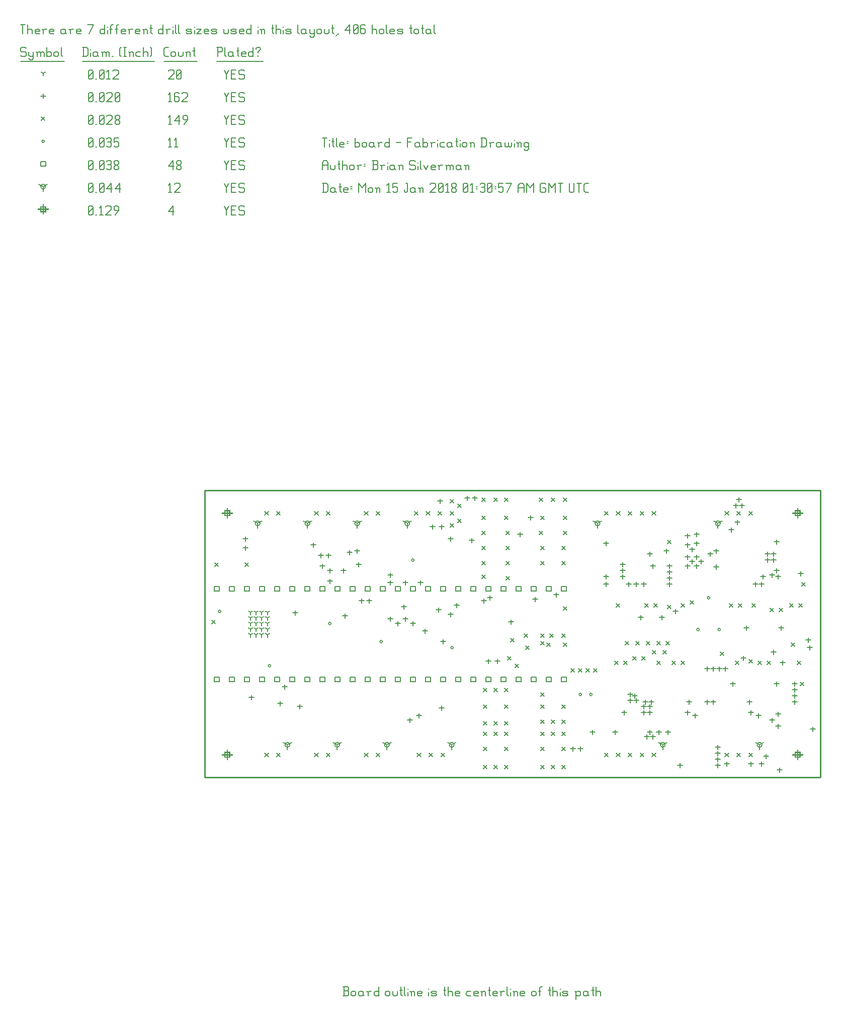
<source format=gbr>
G04 start of page 14 for group -3984 idx -3984 *
G04 Title: board, fab *
G04 Creator: pcb 20140316 *
G04 CreationDate: Mon 15 Jan 2018 01:30:57 AM GMT UTC *
G04 For: brian *
G04 Format: Gerber/RS-274X *
G04 PCB-Dimensions (mil): 6000.00 5000.00 *
G04 PCB-Coordinate-Origin: lower left *
%MOIN*%
%FSLAX25Y25*%
%LNFAB*%
%ADD164C,0.0100*%
%ADD163C,0.0075*%
%ADD162C,0.0060*%
%ADD161R,0.0080X0.0080*%
G54D161*X137000Y153200D02*Y146800D01*
X133800Y150000D02*X140200D01*
X135400Y151600D02*X138600D01*
X135400D02*Y148400D01*
X138600D01*
Y151600D02*Y148400D01*
X515000Y313200D02*Y306800D01*
X511800Y310000D02*X518200D01*
X513400Y311600D02*X516600D01*
X513400D02*Y308400D01*
X516600D01*
Y311600D02*Y308400D01*
X515000Y153200D02*Y146800D01*
X511800Y150000D02*X518200D01*
X513400Y151600D02*X516600D01*
X513400D02*Y148400D01*
X516600D01*
Y151600D02*Y148400D01*
X137000Y313200D02*Y306800D01*
X133800Y310000D02*X140200D01*
X135400Y311600D02*X138600D01*
X135400D02*Y308400D01*
X138600D01*
Y311600D02*Y308400D01*
X15000Y514450D02*Y508050D01*
X11800Y511250D02*X18200D01*
X13400Y512850D02*X16600D01*
X13400D02*Y509650D01*
X16600D01*
Y512850D02*Y509650D01*
G54D162*X135000Y513500D02*X136500Y510500D01*
X138000Y513500D01*
X136500Y510500D02*Y507500D01*
X139800Y510800D02*X142050D01*
X139800Y507500D02*X142800D01*
X139800Y513500D02*Y507500D01*
Y513500D02*X142800D01*
X147600D02*X148350Y512750D01*
X145350Y513500D02*X147600D01*
X144600Y512750D02*X145350Y513500D01*
X144600Y512750D02*Y511250D01*
X145350Y510500D01*
X147600D01*
X148350Y509750D01*
Y508250D01*
X147600Y507500D02*X148350Y508250D01*
X145350Y507500D02*X147600D01*
X144600Y508250D02*X145350Y507500D01*
X98000Y509750D02*X101000Y513500D01*
X98000Y509750D02*X101750D01*
X101000Y513500D02*Y507500D01*
X45000Y508250D02*X45750Y507500D01*
X45000Y512750D02*Y508250D01*
Y512750D02*X45750Y513500D01*
X47250D01*
X48000Y512750D01*
Y508250D01*
X47250Y507500D02*X48000Y508250D01*
X45750Y507500D02*X47250D01*
X45000Y509000D02*X48000Y512000D01*
X49800Y507500D02*X50550D01*
X52350Y512300D02*X53550Y513500D01*
Y507500D01*
X52350D02*X54600D01*
X56400Y512750D02*X57150Y513500D01*
X59400D01*
X60150Y512750D01*
Y511250D01*
X56400Y507500D02*X60150Y511250D01*
X56400Y507500D02*X60150D01*
X62700D02*X64950Y510500D01*
Y512750D02*Y510500D01*
X64200Y513500D02*X64950Y512750D01*
X62700Y513500D02*X64200D01*
X61950Y512750D02*X62700Y513500D01*
X61950Y512750D02*Y511250D01*
X62700Y510500D01*
X64950D01*
X285780Y156693D02*Y153493D01*
Y156693D02*X288553Y158293D01*
X285780Y156693D02*X283007Y158293D01*
X284180Y156693D02*G75*G03X287380Y156693I1600J0D01*G01*
G75*G03X284180Y156693I-1600J0D01*G01*
X489780D02*Y153493D01*
Y156693D02*X492553Y158293D01*
X489780Y156693D02*X487007Y158293D01*
X488180Y156693D02*G75*G03X491380Y156693I1600J0D01*G01*
G75*G03X488180Y156693I-1600J0D01*G01*
X425654D02*Y153493D01*
Y156693D02*X428427Y158293D01*
X425654Y156693D02*X422881Y158293D01*
X424054Y156693D02*G75*G03X427254Y156693I1600J0D01*G01*
G75*G03X424054Y156693I-1600J0D01*G01*
X462220Y303307D02*Y300107D01*
Y303307D02*X464993Y304907D01*
X462220Y303307D02*X459447Y304907D01*
X460620Y303307D02*G75*G03X463820Y303307I1600J0D01*G01*
G75*G03X460620Y303307I-1600J0D01*G01*
X382346D02*Y300107D01*
Y303307D02*X385119Y304907D01*
X382346Y303307D02*X379573Y304907D01*
X380746Y303307D02*G75*G03X383946Y303307I1600J0D01*G01*
G75*G03X380746Y303307I-1600J0D01*G01*
X223157D02*Y300107D01*
Y303307D02*X225930Y304907D01*
X223157Y303307D02*X220384Y304907D01*
X221557Y303307D02*G75*G03X224757Y303307I1600J0D01*G01*
G75*G03X221557Y303307I-1600J0D01*G01*
X190157D02*Y300107D01*
Y303307D02*X192930Y304907D01*
X190157Y303307D02*X187384Y304907D01*
X188557Y303307D02*G75*G03X191757Y303307I1600J0D01*G01*
G75*G03X188557Y303307I-1600J0D01*G01*
X157157D02*Y300107D01*
Y303307D02*X159930Y304907D01*
X157157Y303307D02*X154384Y304907D01*
X155557Y303307D02*G75*G03X158757Y303307I1600J0D01*G01*
G75*G03X155557Y303307I-1600J0D01*G01*
X242843Y156693D02*Y153493D01*
Y156693D02*X245616Y158293D01*
X242843Y156693D02*X240070Y158293D01*
X241243Y156693D02*G75*G03X244443Y156693I1600J0D01*G01*
G75*G03X241243Y156693I-1600J0D01*G01*
X209843D02*Y153493D01*
Y156693D02*X212616Y158293D01*
X209843Y156693D02*X207070Y158293D01*
X208243Y156693D02*G75*G03X211443Y156693I1600J0D01*G01*
G75*G03X208243Y156693I-1600J0D01*G01*
X176843D02*Y153493D01*
Y156693D02*X179616Y158293D01*
X176843Y156693D02*X174070Y158293D01*
X175243Y156693D02*G75*G03X178443Y156693I1600J0D01*G01*
G75*G03X175243Y156693I-1600J0D01*G01*
X256283Y303307D02*Y300107D01*
Y303307D02*X259056Y304907D01*
X256283Y303307D02*X253510Y304907D01*
X254683Y303307D02*G75*G03X257883Y303307I1600J0D01*G01*
G75*G03X254683Y303307I-1600J0D01*G01*
X15000Y526250D02*Y523050D01*
Y526250D02*X17773Y527850D01*
X15000Y526250D02*X12227Y527850D01*
X13400Y526250D02*G75*G03X16600Y526250I1600J0D01*G01*
G75*G03X13400Y526250I-1600J0D01*G01*
X135000Y528500D02*X136500Y525500D01*
X138000Y528500D01*
X136500Y525500D02*Y522500D01*
X139800Y525800D02*X142050D01*
X139800Y522500D02*X142800D01*
X139800Y528500D02*Y522500D01*
Y528500D02*X142800D01*
X147600D02*X148350Y527750D01*
X145350Y528500D02*X147600D01*
X144600Y527750D02*X145350Y528500D01*
X144600Y527750D02*Y526250D01*
X145350Y525500D01*
X147600D01*
X148350Y524750D01*
Y523250D01*
X147600Y522500D02*X148350Y523250D01*
X145350Y522500D02*X147600D01*
X144600Y523250D02*X145350Y522500D01*
X98000Y527300D02*X99200Y528500D01*
Y522500D01*
X98000D02*X100250D01*
X102050Y527750D02*X102800Y528500D01*
X105050D01*
X105800Y527750D01*
Y526250D01*
X102050Y522500D02*X105800Y526250D01*
X102050Y522500D02*X105800D01*
X45000Y523250D02*X45750Y522500D01*
X45000Y527750D02*Y523250D01*
Y527750D02*X45750Y528500D01*
X47250D01*
X48000Y527750D01*
Y523250D01*
X47250Y522500D02*X48000Y523250D01*
X45750Y522500D02*X47250D01*
X45000Y524000D02*X48000Y527000D01*
X49800Y522500D02*X50550D01*
X52350Y523250D02*X53100Y522500D01*
X52350Y527750D02*Y523250D01*
Y527750D02*X53100Y528500D01*
X54600D01*
X55350Y527750D01*
Y523250D01*
X54600Y522500D02*X55350Y523250D01*
X53100Y522500D02*X54600D01*
X52350Y524000D02*X55350Y527000D01*
X57150Y524750D02*X60150Y528500D01*
X57150Y524750D02*X60900D01*
X60150Y528500D02*Y522500D01*
X62700Y524750D02*X65700Y528500D01*
X62700Y524750D02*X66450D01*
X65700Y528500D02*Y522500D01*
X128400Y201600D02*X131600D01*
X128400D02*Y198400D01*
X131600D01*
Y201600D02*Y198400D01*
X138400Y201600D02*X141600D01*
X138400D02*Y198400D01*
X141600D01*
Y201600D02*Y198400D01*
X148400Y201600D02*X151600D01*
X148400D02*Y198400D01*
X151600D01*
Y201600D02*Y198400D01*
X158400Y201600D02*X161600D01*
X158400D02*Y198400D01*
X161600D01*
Y201600D02*Y198400D01*
X168400Y201600D02*X171600D01*
X168400D02*Y198400D01*
X171600D01*
Y201600D02*Y198400D01*
X178400Y201600D02*X181600D01*
X178400D02*Y198400D01*
X181600D01*
Y201600D02*Y198400D01*
X188400Y201600D02*X191600D01*
X188400D02*Y198400D01*
X191600D01*
Y201600D02*Y198400D01*
X198400Y201600D02*X201600D01*
X198400D02*Y198400D01*
X201600D01*
Y201600D02*Y198400D01*
X208400Y201600D02*X211600D01*
X208400D02*Y198400D01*
X211600D01*
Y201600D02*Y198400D01*
X218400Y201600D02*X221600D01*
X218400D02*Y198400D01*
X221600D01*
Y201600D02*Y198400D01*
X228400Y201600D02*X231600D01*
X228400D02*Y198400D01*
X231600D01*
Y201600D02*Y198400D01*
X238400Y201600D02*X241600D01*
X238400D02*Y198400D01*
X241600D01*
Y201600D02*Y198400D01*
X248400Y201600D02*X251600D01*
X248400D02*Y198400D01*
X251600D01*
Y201600D02*Y198400D01*
X258400Y201600D02*X261600D01*
X258400D02*Y198400D01*
X261600D01*
Y201600D02*Y198400D01*
X268400Y201600D02*X271600D01*
X268400D02*Y198400D01*
X271600D01*
Y201600D02*Y198400D01*
X278400Y201600D02*X281600D01*
X278400D02*Y198400D01*
X281600D01*
Y201600D02*Y198400D01*
X288400Y201600D02*X291600D01*
X288400D02*Y198400D01*
X291600D01*
Y201600D02*Y198400D01*
X298400Y201600D02*X301600D01*
X298400D02*Y198400D01*
X301600D01*
Y201600D02*Y198400D01*
X308400Y201600D02*X311600D01*
X308400D02*Y198400D01*
X311600D01*
Y201600D02*Y198400D01*
X318400Y201600D02*X321600D01*
X318400D02*Y198400D01*
X321600D01*
Y201600D02*Y198400D01*
X328400Y201600D02*X331600D01*
X328400D02*Y198400D01*
X331600D01*
Y201600D02*Y198400D01*
X338400Y201600D02*X341600D01*
X338400D02*Y198400D01*
X341600D01*
Y201600D02*Y198400D01*
X348400Y201600D02*X351600D01*
X348400D02*Y198400D01*
X351600D01*
Y201600D02*Y198400D01*
X358400Y201600D02*X361600D01*
X358400D02*Y198400D01*
X361600D01*
Y201600D02*Y198400D01*
X358400Y261600D02*X361600D01*
X358400D02*Y258400D01*
X361600D01*
Y261600D02*Y258400D01*
X348400Y261600D02*X351600D01*
X348400D02*Y258400D01*
X351600D01*
Y261600D02*Y258400D01*
X338400Y261600D02*X341600D01*
X338400D02*Y258400D01*
X341600D01*
Y261600D02*Y258400D01*
X328400Y261600D02*X331600D01*
X328400D02*Y258400D01*
X331600D01*
Y261600D02*Y258400D01*
X318400Y261600D02*X321600D01*
X318400D02*Y258400D01*
X321600D01*
Y261600D02*Y258400D01*
X308400Y261600D02*X311600D01*
X308400D02*Y258400D01*
X311600D01*
Y261600D02*Y258400D01*
X298400Y261600D02*X301600D01*
X298400D02*Y258400D01*
X301600D01*
Y261600D02*Y258400D01*
X288400Y261600D02*X291600D01*
X288400D02*Y258400D01*
X291600D01*
Y261600D02*Y258400D01*
X278400Y261600D02*X281600D01*
X278400D02*Y258400D01*
X281600D01*
Y261600D02*Y258400D01*
X268400Y261600D02*X271600D01*
X268400D02*Y258400D01*
X271600D01*
Y261600D02*Y258400D01*
X258400Y261600D02*X261600D01*
X258400D02*Y258400D01*
X261600D01*
Y261600D02*Y258400D01*
X248400Y261600D02*X251600D01*
X248400D02*Y258400D01*
X251600D01*
Y261600D02*Y258400D01*
X238400Y261600D02*X241600D01*
X238400D02*Y258400D01*
X241600D01*
Y261600D02*Y258400D01*
X228400Y261600D02*X231600D01*
X228400D02*Y258400D01*
X231600D01*
Y261600D02*Y258400D01*
X218400Y261600D02*X221600D01*
X218400D02*Y258400D01*
X221600D01*
Y261600D02*Y258400D01*
X208400Y261600D02*X211600D01*
X208400D02*Y258400D01*
X211600D01*
Y261600D02*Y258400D01*
X198400Y261600D02*X201600D01*
X198400D02*Y258400D01*
X201600D01*
Y261600D02*Y258400D01*
X188400Y261600D02*X191600D01*
X188400D02*Y258400D01*
X191600D01*
Y261600D02*Y258400D01*
X178400Y261600D02*X181600D01*
X178400D02*Y258400D01*
X181600D01*
Y261600D02*Y258400D01*
X168400Y261600D02*X171600D01*
X168400D02*Y258400D01*
X171600D01*
Y261600D02*Y258400D01*
X158400Y261600D02*X161600D01*
X158400D02*Y258400D01*
X161600D01*
Y261600D02*Y258400D01*
X148400Y261600D02*X151600D01*
X148400D02*Y258400D01*
X151600D01*
Y261600D02*Y258400D01*
X138400Y261600D02*X141600D01*
X138400D02*Y258400D01*
X141600D01*
Y261600D02*Y258400D01*
X128400Y261600D02*X131600D01*
X128400D02*Y258400D01*
X131600D01*
Y261600D02*Y258400D01*
X13400Y542850D02*X16600D01*
X13400D02*Y539650D01*
X16600D01*
Y542850D02*Y539650D01*
X135000Y543500D02*X136500Y540500D01*
X138000Y543500D01*
X136500Y540500D02*Y537500D01*
X139800Y540800D02*X142050D01*
X139800Y537500D02*X142800D01*
X139800Y543500D02*Y537500D01*
Y543500D02*X142800D01*
X147600D02*X148350Y542750D01*
X145350Y543500D02*X147600D01*
X144600Y542750D02*X145350Y543500D01*
X144600Y542750D02*Y541250D01*
X145350Y540500D01*
X147600D01*
X148350Y539750D01*
Y538250D01*
X147600Y537500D02*X148350Y538250D01*
X145350Y537500D02*X147600D01*
X144600Y538250D02*X145350Y537500D01*
X98000Y539750D02*X101000Y543500D01*
X98000Y539750D02*X101750D01*
X101000Y543500D02*Y537500D01*
X103550Y538250D02*X104300Y537500D01*
X103550Y539450D02*Y538250D01*
Y539450D02*X104600Y540500D01*
X105500D01*
X106550Y539450D01*
Y538250D01*
X105800Y537500D02*X106550Y538250D01*
X104300Y537500D02*X105800D01*
X103550Y541550D02*X104600Y540500D01*
X103550Y542750D02*Y541550D01*
Y542750D02*X104300Y543500D01*
X105800D01*
X106550Y542750D01*
Y541550D01*
X105500Y540500D02*X106550Y541550D01*
X45000Y538250D02*X45750Y537500D01*
X45000Y542750D02*Y538250D01*
Y542750D02*X45750Y543500D01*
X47250D01*
X48000Y542750D01*
Y538250D01*
X47250Y537500D02*X48000Y538250D01*
X45750Y537500D02*X47250D01*
X45000Y539000D02*X48000Y542000D01*
X49800Y537500D02*X50550D01*
X52350Y538250D02*X53100Y537500D01*
X52350Y542750D02*Y538250D01*
Y542750D02*X53100Y543500D01*
X54600D01*
X55350Y542750D01*
Y538250D01*
X54600Y537500D02*X55350Y538250D01*
X53100Y537500D02*X54600D01*
X52350Y539000D02*X55350Y542000D01*
X57150Y542750D02*X57900Y543500D01*
X59400D01*
X60150Y542750D01*
X59400Y537500D02*X60150Y538250D01*
X57900Y537500D02*X59400D01*
X57150Y538250D02*X57900Y537500D01*
Y540800D02*X59400D01*
X60150Y542750D02*Y541550D01*
Y540050D02*Y538250D01*
Y540050D02*X59400Y540800D01*
X60150Y541550D02*X59400Y540800D01*
X61950Y538250D02*X62700Y537500D01*
X61950Y539450D02*Y538250D01*
Y539450D02*X63000Y540500D01*
X63900D01*
X64950Y539450D01*
Y538250D01*
X64200Y537500D02*X64950Y538250D01*
X62700Y537500D02*X64200D01*
X61950Y541550D02*X63000Y540500D01*
X61950Y542750D02*Y541550D01*
Y542750D02*X62700Y543500D01*
X64200D01*
X64950Y542750D01*
Y541550D01*
X63900Y540500D02*X64950Y541550D01*
X455200Y254000D02*G75*G03X456800Y254000I800J0D01*G01*
G75*G03X455200Y254000I-800J0D01*G01*
X462200Y233000D02*G75*G03X463800Y233000I800J0D01*G01*
G75*G03X462200Y233000I-800J0D01*G01*
X448200D02*G75*G03X449800Y233000I800J0D01*G01*
G75*G03X448200Y233000I-800J0D01*G01*
X377200Y190000D02*G75*G03X378800Y190000I800J0D01*G01*
G75*G03X377200Y190000I-800J0D01*G01*
X370200D02*G75*G03X371800Y190000I800J0D01*G01*
G75*G03X370200Y190000I-800J0D01*G01*
X285200Y221000D02*G75*G03X286800Y221000I800J0D01*G01*
G75*G03X285200Y221000I-800J0D01*G01*
X238200Y225000D02*G75*G03X239800Y225000I800J0D01*G01*
G75*G03X238200Y225000I-800J0D01*G01*
X164200Y209000D02*G75*G03X165800Y209000I800J0D01*G01*
G75*G03X164200Y209000I-800J0D01*G01*
X131200Y245000D02*G75*G03X132800Y245000I800J0D01*G01*
G75*G03X131200Y245000I-800J0D01*G01*
X204200Y237000D02*G75*G03X205800Y237000I800J0D01*G01*
G75*G03X204200Y237000I-800J0D01*G01*
X259200Y279000D02*G75*G03X260800Y279000I800J0D01*G01*
G75*G03X259200Y279000I-800J0D01*G01*
X14200Y556250D02*G75*G03X15800Y556250I800J0D01*G01*
G75*G03X14200Y556250I-800J0D01*G01*
X135000Y558500D02*X136500Y555500D01*
X138000Y558500D01*
X136500Y555500D02*Y552500D01*
X139800Y555800D02*X142050D01*
X139800Y552500D02*X142800D01*
X139800Y558500D02*Y552500D01*
Y558500D02*X142800D01*
X147600D02*X148350Y557750D01*
X145350Y558500D02*X147600D01*
X144600Y557750D02*X145350Y558500D01*
X144600Y557750D02*Y556250D01*
X145350Y555500D01*
X147600D01*
X148350Y554750D01*
Y553250D01*
X147600Y552500D02*X148350Y553250D01*
X145350Y552500D02*X147600D01*
X144600Y553250D02*X145350Y552500D01*
X98000Y557300D02*X99200Y558500D01*
Y552500D01*
X98000D02*X100250D01*
X102050Y557300D02*X103250Y558500D01*
Y552500D01*
X102050D02*X104300D01*
X45000Y553250D02*X45750Y552500D01*
X45000Y557750D02*Y553250D01*
Y557750D02*X45750Y558500D01*
X47250D01*
X48000Y557750D01*
Y553250D01*
X47250Y552500D02*X48000Y553250D01*
X45750Y552500D02*X47250D01*
X45000Y554000D02*X48000Y557000D01*
X49800Y552500D02*X50550D01*
X52350Y553250D02*X53100Y552500D01*
X52350Y557750D02*Y553250D01*
Y557750D02*X53100Y558500D01*
X54600D01*
X55350Y557750D01*
Y553250D01*
X54600Y552500D02*X55350Y553250D01*
X53100Y552500D02*X54600D01*
X52350Y554000D02*X55350Y557000D01*
X57150Y557750D02*X57900Y558500D01*
X59400D01*
X60150Y557750D01*
X59400Y552500D02*X60150Y553250D01*
X57900Y552500D02*X59400D01*
X57150Y553250D02*X57900Y552500D01*
Y555800D02*X59400D01*
X60150Y557750D02*Y556550D01*
Y555050D02*Y553250D01*
Y555050D02*X59400Y555800D01*
X60150Y556550D02*X59400Y555800D01*
X61950Y558500D02*X64950D01*
X61950D02*Y555500D01*
X62700Y556250D01*
X64200D01*
X64950Y555500D01*
Y553250D01*
X64200Y552500D02*X64950Y553250D01*
X62700Y552500D02*X64200D01*
X61950Y553250D02*X62700Y552500D01*
X262926Y151200D02*X265326Y148800D01*
X262926D02*X265326Y151200D01*
X270800D02*X273200Y148800D01*
X270800D02*X273200Y151200D01*
X278674D02*X281074Y148800D01*
X278674D02*X281074Y151200D01*
X466926D02*X469326Y148800D01*
X466926D02*X469326Y151200D01*
X474800D02*X477200Y148800D01*
X474800D02*X477200Y151200D01*
X482674D02*X485074Y148800D01*
X482674D02*X485074Y151200D01*
X387052D02*X389452Y148800D01*
X387052D02*X389452Y151200D01*
X394926D02*X397326Y148800D01*
X394926D02*X397326Y151200D01*
X402800D02*X405200Y148800D01*
X402800D02*X405200Y151200D01*
X410674D02*X413074Y148800D01*
X410674D02*X413074Y151200D01*
X418548D02*X420948Y148800D01*
X418548D02*X420948Y151200D01*
X482674Y311200D02*X485074Y308800D01*
X482674D02*X485074Y311200D01*
X474800D02*X477200Y308800D01*
X474800D02*X477200Y311200D01*
X466926D02*X469326Y308800D01*
X466926D02*X469326Y311200D01*
X418548D02*X420948Y308800D01*
X418548D02*X420948Y311200D01*
X410674D02*X413074Y308800D01*
X410674D02*X413074Y311200D01*
X402800D02*X405200Y308800D01*
X402800D02*X405200Y311200D01*
X394926D02*X397326Y308800D01*
X394926D02*X397326Y311200D01*
X387052D02*X389452Y308800D01*
X387052D02*X389452Y311200D01*
X235737D02*X238137Y308800D01*
X235737D02*X238137Y311200D01*
X227863D02*X230263Y308800D01*
X227863D02*X230263Y311200D01*
X202737D02*X205137Y308800D01*
X202737D02*X205137Y311200D01*
X194863D02*X197263Y308800D01*
X194863D02*X197263Y311200D01*
X169737D02*X172137Y308800D01*
X169737D02*X172137Y311200D01*
X161863D02*X164263Y308800D01*
X161863D02*X164263Y311200D01*
X227863Y151200D02*X230263Y148800D01*
X227863D02*X230263Y151200D01*
X235737D02*X238137Y148800D01*
X235737D02*X238137Y151200D01*
X194863D02*X197263Y148800D01*
X194863D02*X197263Y151200D01*
X202737D02*X205137Y148800D01*
X202737D02*X205137Y151200D01*
X161863D02*X164263Y148800D01*
X161863D02*X164263Y151200D01*
X169737D02*X172137Y148800D01*
X169737D02*X172137Y151200D01*
X284611Y311200D02*X287011Y308800D01*
X284611D02*X287011Y311200D01*
X276737D02*X279137Y308800D01*
X276737D02*X279137Y311200D01*
X268863D02*X271263Y308800D01*
X268863D02*X271263Y311200D01*
X260989D02*X263389Y308800D01*
X260989D02*X263389Y311200D01*
X437800Y250200D02*X440200Y247800D01*
X437800D02*X440200Y250200D01*
X399800Y212200D02*X402200Y209800D01*
X399800D02*X402200Y212200D01*
X405800Y215200D02*X408200Y212800D01*
X405800D02*X408200Y215200D01*
X413800Y250200D02*X416200Y247800D01*
X413800D02*X416200Y250200D01*
X428800Y249200D02*X431200Y246800D01*
X428800D02*X431200Y249200D01*
X443800Y252200D02*X446200Y249800D01*
X443800D02*X446200Y252200D01*
X437800Y212200D02*X440200Y209800D01*
X437800D02*X440200Y212200D01*
X494800D02*X497200Y209800D01*
X494800D02*X497200Y212200D01*
X488800D02*X491200Y209800D01*
X488800D02*X491200Y212200D01*
X502800Y247200D02*X505200Y244800D01*
X502800D02*X505200Y247200D01*
X509800Y250200D02*X512200Y247800D01*
X509800D02*X512200Y250200D01*
X484800D02*X487200Y247800D01*
X484800D02*X487200Y250200D01*
X421800Y212200D02*X424200Y209800D01*
X421800D02*X424200Y212200D01*
X473800D02*X476200Y209800D01*
X473800D02*X476200Y212200D01*
X514800D02*X517200Y209800D01*
X514800D02*X517200Y212200D01*
X305800Y320200D02*X308200Y317800D01*
X305800D02*X308200Y320200D01*
X305800Y308200D02*X308200Y305800D01*
X305800D02*X308200Y308200D01*
X313800Y320200D02*X316200Y317800D01*
X313800D02*X316200Y320200D01*
X320800D02*X323200Y317800D01*
X320800D02*X323200Y320200D01*
X320800Y308200D02*X323200Y305800D01*
X320800D02*X323200Y308200D01*
X321800Y298200D02*X324200Y295800D01*
X321800D02*X324200Y298200D01*
X305800D02*X308200Y295800D01*
X305800D02*X308200Y298200D01*
X343800Y320200D02*X346200Y317800D01*
X343800D02*X346200Y320200D01*
X351800D02*X354200Y317800D01*
X351800D02*X354200Y320200D01*
X359800D02*X362200Y317800D01*
X359800D02*X362200Y320200D01*
X344800Y308200D02*X347200Y305800D01*
X344800D02*X347200Y308200D01*
X359800D02*X362200Y305800D01*
X359800D02*X362200Y308200D01*
X359800Y298200D02*X362200Y295800D01*
X359800D02*X362200Y298200D01*
X343800D02*X346200Y295800D01*
X343800D02*X346200Y298200D01*
X305800Y269200D02*X308200Y266800D01*
X305800D02*X308200Y269200D01*
X321800Y268200D02*X324200Y265800D01*
X321800D02*X324200Y268200D01*
X321800Y288200D02*X324200Y285800D01*
X321800D02*X324200Y288200D01*
X305800D02*X308200Y285800D01*
X305800D02*X308200Y288200D01*
X305800Y278200D02*X308200Y275800D01*
X305800D02*X308200Y278200D01*
X321800D02*X324200Y275800D01*
X321800D02*X324200Y278200D01*
X344800Y288200D02*X347200Y285800D01*
X344800D02*X347200Y288200D01*
X344800Y278200D02*X347200Y275800D01*
X344800D02*X347200Y278200D01*
X358800Y288200D02*X361200Y285800D01*
X358800D02*X361200Y288200D01*
X469800Y250200D02*X472200Y247800D01*
X469800D02*X472200Y250200D01*
X517800Y264200D02*X520200Y261800D01*
X517800D02*X520200Y264200D01*
X463800Y218200D02*X466200Y215800D01*
X463800D02*X466200Y218200D01*
X482800Y213200D02*X485200Y210800D01*
X482800D02*X485200Y213200D01*
X516800Y198200D02*X519200Y195800D01*
X516800D02*X519200Y198200D01*
X148800Y277200D02*X151200Y274800D01*
X148800D02*X151200Y277200D01*
X128800D02*X131200Y274800D01*
X128800D02*X131200Y277200D01*
X400800Y225200D02*X403200Y222800D01*
X400800D02*X403200Y225200D01*
X421800D02*X424200Y222800D01*
X421800D02*X424200Y225200D01*
X418800Y219200D02*X421200Y216800D01*
X418800D02*X421200Y219200D01*
X414800Y225200D02*X417200Y222800D01*
X414800D02*X417200Y225200D01*
X407800D02*X410200Y222800D01*
X407800D02*X410200Y225200D01*
X313800Y194200D02*X316200Y191800D01*
X313800D02*X316200Y194200D01*
X313800Y172200D02*X316200Y169800D01*
X313800D02*X316200Y172200D01*
X320800D02*X323200Y169800D01*
X320800D02*X323200Y172200D01*
X306800D02*X309200Y169800D01*
X306800D02*X309200Y172200D01*
X306800Y194200D02*X309200Y191800D01*
X306800D02*X309200Y194200D01*
X320800D02*X323200Y191800D01*
X320800D02*X323200Y194200D01*
X320800Y183200D02*X323200Y180800D01*
X320800D02*X323200Y183200D01*
X306800D02*X309200Y180800D01*
X306800D02*X309200Y183200D01*
X351800Y173200D02*X354200Y170800D01*
X351800D02*X354200Y173200D01*
X358800D02*X361200Y170800D01*
X358800D02*X361200Y173200D01*
X344800D02*X347200Y170800D01*
X344800D02*X347200Y173200D01*
X344800Y191200D02*X347200Y188800D01*
X344800D02*X347200Y191200D01*
X358800Y183200D02*X361200Y180800D01*
X358800D02*X361200Y183200D01*
X344800D02*X347200Y180800D01*
X344800D02*X347200Y183200D01*
X306800Y165200D02*X309200Y162800D01*
X306800D02*X309200Y165200D01*
X313800D02*X316200Y162800D01*
X313800D02*X316200Y165200D01*
X320800D02*X323200Y162800D01*
X320800D02*X323200Y165200D01*
X320800Y143200D02*X323200Y140800D01*
X320800D02*X323200Y143200D01*
X306800D02*X309200Y140800D01*
X306800D02*X309200Y143200D01*
X313800D02*X316200Y140800D01*
X313800D02*X316200Y143200D01*
X320800Y155200D02*X323200Y152800D01*
X320800D02*X323200Y155200D01*
X306800D02*X309200Y152800D01*
X306800D02*X309200Y155200D01*
X344800Y165200D02*X347200Y162800D01*
X344800D02*X347200Y165200D01*
X351800D02*X354200Y162800D01*
X351800D02*X354200Y165200D01*
X358800D02*X361200Y162800D01*
X358800D02*X361200Y165200D01*
X358800Y143200D02*X361200Y140800D01*
X358800D02*X361200Y143200D01*
X344800D02*X347200Y140800D01*
X344800D02*X347200Y143200D01*
X351800D02*X354200Y140800D01*
X351800D02*X354200Y143200D01*
X358800Y155200D02*X361200Y152800D01*
X358800D02*X361200Y155200D01*
X344800D02*X347200Y152800D01*
X344800D02*X347200Y155200D01*
X496800Y247200D02*X499200Y244800D01*
X496800D02*X499200Y247200D01*
X475800Y250200D02*X478200Y247800D01*
X475800D02*X478200Y250200D01*
X411800Y215200D02*X414200Y212800D01*
X411800D02*X414200Y215200D01*
X431800Y212200D02*X434200Y209800D01*
X431800D02*X434200Y212200D01*
X510800Y224200D02*X513200Y221800D01*
X510800D02*X513200Y224200D01*
X358800Y278200D02*X361200Y275800D01*
X358800D02*X361200Y278200D01*
X428800Y292200D02*X431200Y289800D01*
X428800D02*X431200Y292200D01*
X126800Y239200D02*X129200Y236800D01*
X126800D02*X129200Y239200D01*
X515800Y250200D02*X518200Y247800D01*
X515800D02*X518200Y250200D01*
X394800D02*X397200Y247800D01*
X394800D02*X397200Y250200D01*
X289800Y306200D02*X292200Y303800D01*
X289800D02*X292200Y306200D01*
X289800Y316200D02*X292200Y313800D01*
X289800D02*X292200Y316200D01*
X284800Y303200D02*X287200Y300800D01*
X284800D02*X287200Y303200D01*
X284800Y319200D02*X287200Y316800D01*
X284800D02*X287200Y319200D01*
X364800Y207200D02*X367200Y204800D01*
X364800D02*X367200Y207200D01*
X379800D02*X382200Y204800D01*
X379800D02*X382200Y207200D01*
X369800D02*X372200Y204800D01*
X369800D02*X372200Y207200D01*
X374800D02*X377200Y204800D01*
X374800D02*X377200Y207200D01*
X358800Y230200D02*X361200Y227800D01*
X358800D02*X361200Y230200D01*
X359800Y224200D02*X362200Y221800D01*
X359800D02*X362200Y224200D01*
X348800D02*X351200Y221800D01*
X348800D02*X351200Y224200D01*
X350800Y230200D02*X353200Y227800D01*
X350800D02*X353200Y230200D01*
X344800D02*X347200Y227800D01*
X344800D02*X347200Y230200D01*
X334800Y222200D02*X337200Y219800D01*
X334800D02*X337200Y222200D01*
X333800Y230200D02*X336200Y227800D01*
X333800D02*X336200Y230200D01*
X324800Y227200D02*X327200Y224800D01*
X324800D02*X327200Y227200D01*
X322800Y215200D02*X325200Y212800D01*
X322800D02*X325200Y215200D01*
X359800Y248200D02*X362200Y245800D01*
X359800D02*X362200Y248200D01*
X327800Y210200D02*X330200Y207800D01*
X327800D02*X330200Y210200D01*
X393800Y212200D02*X396200Y209800D01*
X393800D02*X396200Y212200D01*
X427800Y225200D02*X430200Y222800D01*
X427800D02*X430200Y225200D01*
X425800Y219200D02*X428200Y216800D01*
X425800D02*X428200Y219200D01*
X344800Y225200D02*X347200Y222800D01*
X344800D02*X347200Y225200D01*
X419800Y250200D02*X422200Y247800D01*
X419800D02*X422200Y250200D01*
X13800Y572450D02*X16200Y570050D01*
X13800D02*X16200Y572450D01*
X135000Y573500D02*X136500Y570500D01*
X138000Y573500D01*
X136500Y570500D02*Y567500D01*
X139800Y570800D02*X142050D01*
X139800Y567500D02*X142800D01*
X139800Y573500D02*Y567500D01*
Y573500D02*X142800D01*
X147600D02*X148350Y572750D01*
X145350Y573500D02*X147600D01*
X144600Y572750D02*X145350Y573500D01*
X144600Y572750D02*Y571250D01*
X145350Y570500D01*
X147600D01*
X148350Y569750D01*
Y568250D01*
X147600Y567500D02*X148350Y568250D01*
X145350Y567500D02*X147600D01*
X144600Y568250D02*X145350Y567500D01*
X98000Y572300D02*X99200Y573500D01*
Y567500D01*
X98000D02*X100250D01*
X102050Y569750D02*X105050Y573500D01*
X102050Y569750D02*X105800D01*
X105050Y573500D02*Y567500D01*
X108350D02*X110600Y570500D01*
Y572750D02*Y570500D01*
X109850Y573500D02*X110600Y572750D01*
X108350Y573500D02*X109850D01*
X107600Y572750D02*X108350Y573500D01*
X107600Y572750D02*Y571250D01*
X108350Y570500D01*
X110600D01*
X45000Y568250D02*X45750Y567500D01*
X45000Y572750D02*Y568250D01*
Y572750D02*X45750Y573500D01*
X47250D01*
X48000Y572750D01*
Y568250D01*
X47250Y567500D02*X48000Y568250D01*
X45750Y567500D02*X47250D01*
X45000Y569000D02*X48000Y572000D01*
X49800Y567500D02*X50550D01*
X52350Y568250D02*X53100Y567500D01*
X52350Y572750D02*Y568250D01*
Y572750D02*X53100Y573500D01*
X54600D01*
X55350Y572750D01*
Y568250D01*
X54600Y567500D02*X55350Y568250D01*
X53100Y567500D02*X54600D01*
X52350Y569000D02*X55350Y572000D01*
X57150Y572750D02*X57900Y573500D01*
X60150D01*
X60900Y572750D01*
Y571250D01*
X57150Y567500D02*X60900Y571250D01*
X57150Y567500D02*X60900D01*
X62700Y568250D02*X63450Y567500D01*
X62700Y569450D02*Y568250D01*
Y569450D02*X63750Y570500D01*
X64650D01*
X65700Y569450D01*
Y568250D01*
X64950Y567500D02*X65700Y568250D01*
X63450Y567500D02*X64950D01*
X62700Y571550D02*X63750Y570500D01*
X62700Y572750D02*Y571550D01*
Y572750D02*X63450Y573500D01*
X64950D01*
X65700Y572750D01*
Y571550D01*
X64650Y570500D02*X65700Y571550D01*
X468000Y145600D02*Y142400D01*
X466400Y144000D02*X469600D01*
X462000Y156600D02*Y153400D01*
X460400Y155000D02*X463600D01*
X462000Y144600D02*Y141400D01*
X460400Y143000D02*X463600D01*
X423000Y166600D02*Y163400D01*
X421400Y165000D02*X424600D01*
X419000Y163600D02*Y160400D01*
X417400Y162000D02*X420600D01*
X417000Y166600D02*Y163400D01*
X415400Y165000D02*X418600D01*
X415000Y163600D02*Y160400D01*
X413400Y162000D02*X416600D01*
X484000Y179600D02*Y176400D01*
X482400Y178000D02*X485600D01*
X442000Y179600D02*Y176400D01*
X440400Y178000D02*X443600D01*
X513000Y198600D02*Y195400D01*
X511400Y197000D02*X514600D01*
X513000Y194600D02*Y191400D01*
X511400Y193000D02*X514600D01*
X513000Y190600D02*Y187400D01*
X511400Y189000D02*X514600D01*
X513000Y186600D02*Y183400D01*
X511400Y185000D02*X514600D01*
X429000Y166600D02*Y163400D01*
X427400Y165000D02*X430600D01*
X462000Y148600D02*Y145400D01*
X460400Y147000D02*X463600D01*
X462000Y152600D02*Y149400D01*
X460400Y151000D02*X463600D01*
X411000Y242600D02*Y239400D01*
X409400Y241000D02*X412600D01*
X483000Y186600D02*Y183400D01*
X481400Y185000D02*X484600D01*
X443000Y186600D02*Y183400D01*
X441400Y185000D02*X444600D01*
X418000Y186600D02*Y183400D01*
X416400Y185000D02*X419600D01*
X467000Y208600D02*Y205400D01*
X465400Y207000D02*X468600D01*
X463000Y208600D02*Y205400D01*
X461400Y207000D02*X464600D01*
X459000Y208600D02*Y205400D01*
X457400Y207000D02*X460600D01*
X455000Y208600D02*Y205400D01*
X453400Y207000D02*X456600D01*
X459000Y186600D02*Y183400D01*
X457400Y185000D02*X460600D01*
X455000Y186600D02*Y183400D01*
X453400Y185000D02*X456600D01*
X404000Y187600D02*Y184400D01*
X402400Y186000D02*X405600D01*
X404000Y191600D02*Y188400D01*
X402400Y190000D02*X405600D01*
X417000Y183600D02*Y180400D01*
X415400Y182000D02*X418600D01*
X413000Y183600D02*Y180400D01*
X411400Y182000D02*X414600D01*
X417000Y179600D02*Y176400D01*
X415400Y178000D02*X418600D01*
X413000Y179600D02*Y176400D01*
X411400Y178000D02*X414600D01*
X408000Y187600D02*Y184400D01*
X406400Y186000D02*X409600D01*
X414000Y186600D02*Y183400D01*
X412400Y185000D02*X415600D01*
X407000Y190600D02*Y187400D01*
X405400Y189000D02*X408600D01*
X447000Y177600D02*Y174400D01*
X445400Y176000D02*X448600D01*
X499000Y219600D02*Y216400D01*
X497400Y218000D02*X500600D01*
X399000Y269600D02*Y266400D01*
X397400Y268000D02*X400600D01*
X399000Y273600D02*Y270400D01*
X397400Y272000D02*X400600D01*
X399000Y277600D02*Y274400D01*
X397400Y276000D02*X400600D01*
X474000Y316600D02*Y313400D01*
X472400Y315000D02*X475600D01*
X478000Y316600D02*Y313400D01*
X476400Y315000D02*X479600D01*
X476000Y320600D02*Y317400D01*
X474400Y319000D02*X477600D01*
X475000Y305600D02*Y302400D01*
X473400Y304000D02*X476600D01*
X471000Y300600D02*Y297400D01*
X469400Y299000D02*X472600D01*
X442000Y296600D02*Y293400D01*
X440400Y295000D02*X443600D01*
X442000Y290600D02*Y287400D01*
X440400Y289000D02*X443600D01*
X445000Y287600D02*Y284400D01*
X443400Y286000D02*X446600D01*
X448000Y291600D02*Y288400D01*
X446400Y290000D02*X449600D01*
X448000Y297600D02*Y294400D01*
X446400Y296000D02*X449600D01*
X442000Y276600D02*Y273400D01*
X440400Y275000D02*X443600D01*
X448000Y276600D02*Y273400D01*
X446400Y275000D02*X449600D01*
X445000Y279600D02*Y276400D01*
X443400Y278000D02*X446600D01*
X448000Y282600D02*Y279400D01*
X446400Y281000D02*X449600D01*
X451000Y279600D02*Y276400D01*
X449400Y278000D02*X452600D01*
X442000Y282600D02*Y279400D01*
X440400Y281000D02*X443600D01*
X495000Y280600D02*Y277400D01*
X493400Y279000D02*X496600D01*
X499000Y280600D02*Y277400D01*
X497400Y279000D02*X500600D01*
X499000Y284600D02*Y281400D01*
X497400Y283000D02*X500600D01*
X495000Y284600D02*Y281400D01*
X493400Y283000D02*X496600D01*
X487000Y264600D02*Y261400D01*
X485400Y263000D02*X488600D01*
X491000Y264600D02*Y261400D01*
X489400Y263000D02*X492600D01*
X502000Y269600D02*Y266400D01*
X500400Y268000D02*X503600D01*
X498000Y270600D02*Y267400D01*
X496400Y269000D02*X499600D01*
X501000Y273600D02*Y270400D01*
X499400Y272000D02*X502600D01*
X492000Y269600D02*Y266400D01*
X490400Y268000D02*X493600D01*
X481000Y235600D02*Y232400D01*
X479400Y234000D02*X482600D01*
X504000Y235600D02*Y232400D01*
X502400Y234000D02*X505600D01*
X457000Y284600D02*Y281400D01*
X455400Y283000D02*X458600D01*
X417000Y284600D02*Y281400D01*
X415400Y283000D02*X418600D01*
X461000Y276041D02*Y272841D01*
X459400Y274441D02*X462600D01*
X461000Y286600D02*Y283400D01*
X459400Y285000D02*X462600D01*
X428000Y286600D02*Y283400D01*
X426400Y285000D02*X429600D01*
X517000Y271600D02*Y268400D01*
X515400Y270000D02*X518600D01*
X501000Y292600D02*Y289400D01*
X499400Y291000D02*X502600D01*
X505000Y212600D02*Y209400D01*
X503400Y211000D02*X506600D01*
X479000Y215600D02*Y212400D01*
X477400Y214000D02*X480600D01*
X472000Y198600D02*Y195400D01*
X470400Y197000D02*X473600D01*
X523000Y222600D02*Y219400D01*
X521400Y221000D02*X524600D01*
X522000Y227600D02*Y224400D01*
X520400Y226000D02*X523600D01*
X437000Y144600D02*Y141400D01*
X435400Y143000D02*X438600D01*
X501000Y198600D02*Y195400D01*
X499400Y197000D02*X502600D01*
X430000Y272600D02*Y269400D01*
X428400Y271000D02*X431600D01*
X430000Y268600D02*Y265400D01*
X428400Y267000D02*X431600D01*
X430000Y264600D02*Y261400D01*
X428400Y263000D02*X431600D01*
X430000Y276600D02*Y273400D01*
X428400Y275000D02*X431600D01*
X413000Y264600D02*Y261400D01*
X411400Y263000D02*X414600D01*
X434000Y246600D02*Y243400D01*
X432400Y245000D02*X435600D01*
X425000Y242600D02*Y239400D01*
X423400Y241000D02*X426600D01*
X400000Y179600D02*Y176400D01*
X398400Y178000D02*X401600D01*
X403000Y264600D02*Y261400D01*
X401400Y263000D02*X404600D01*
X408000Y264600D02*Y261400D01*
X406400Y263000D02*X409600D01*
X388000Y264600D02*Y261400D01*
X386400Y263000D02*X389600D01*
X388000Y269600D02*Y266400D01*
X386400Y268000D02*X389600D01*
X419000Y276600D02*Y273400D01*
X417400Y275000D02*X420600D01*
X388000Y291600D02*Y288400D01*
X386400Y290000D02*X389600D01*
X338000Y308600D02*Y305400D01*
X336400Y307000D02*X339600D01*
X296000Y321600D02*Y318400D01*
X294400Y320000D02*X297600D01*
X285000Y294600D02*Y291400D01*
X283400Y293000D02*X286600D01*
X301000Y321600D02*Y318400D01*
X299400Y320000D02*X302600D01*
X200000Y276600D02*Y273400D01*
X198400Y275000D02*X201600D01*
X379000Y166600D02*Y163400D01*
X377400Y165000D02*X380600D01*
X285000Y244600D02*Y241400D01*
X283400Y243000D02*X286600D01*
X307000Y253600D02*Y250400D01*
X305400Y252000D02*X308600D01*
X311000Y255600D02*Y252400D01*
X309400Y254000D02*X312600D01*
X289000Y250600D02*Y247400D01*
X287400Y249000D02*X290600D01*
X254000Y249600D02*Y246400D01*
X252400Y248000D02*X255600D01*
X231000Y253600D02*Y250400D01*
X229400Y252000D02*X232600D01*
X341000Y254600D02*Y251400D01*
X339400Y253000D02*X342600D01*
X371000Y155600D02*Y152400D01*
X369400Y154000D02*X372600D01*
X366000Y155600D02*Y152400D01*
X364400Y154000D02*X367600D01*
X185000Y183600D02*Y180400D01*
X183400Y182000D02*X186600D01*
X215000Y243600D02*Y240400D01*
X213400Y242000D02*X216600D01*
X205000Y266600D02*Y263400D01*
X203400Y265000D02*X206600D01*
X218000Y285600D02*Y282400D01*
X216400Y284000D02*X219600D01*
X204000Y283600D02*Y280400D01*
X202400Y282000D02*X205600D01*
X214000Y273600D02*Y270400D01*
X212400Y272000D02*X215600D01*
X199000Y283600D02*Y280400D01*
X197400Y282000D02*X200600D01*
X205000Y273600D02*Y270400D01*
X203400Y272000D02*X206600D01*
X175000Y196600D02*Y193400D01*
X173400Y195000D02*X176600D01*
X194000Y290600D02*Y287400D01*
X192400Y289000D02*X195600D01*
X394000Y166600D02*Y163400D01*
X392400Y165000D02*X395600D01*
X153000Y189600D02*Y186400D01*
X151400Y188000D02*X154600D01*
X316000Y213600D02*Y210400D01*
X314400Y212000D02*X317600D01*
X264000Y177600D02*Y174400D01*
X262400Y176000D02*X265600D01*
X245000Y265600D02*Y262400D01*
X243400Y264000D02*X246600D01*
X245000Y270600D02*Y267400D01*
X243400Y269000D02*X246600D01*
X265000Y265600D02*Y262400D01*
X263400Y264000D02*X266600D01*
X255000Y265600D02*Y262400D01*
X253400Y264000D02*X256600D01*
X260000Y238600D02*Y235400D01*
X258400Y237000D02*X261600D01*
X255000Y241600D02*Y238400D01*
X253400Y240000D02*X256600D01*
X250000Y238600D02*Y235400D01*
X248400Y237000D02*X251600D01*
X245000Y241600D02*Y238400D01*
X243400Y240000D02*X246600D01*
X223000Y286600D02*Y283400D01*
X221400Y285000D02*X224600D01*
X224000Y277600D02*Y274400D01*
X222400Y276000D02*X225600D01*
X258000Y174600D02*Y171400D01*
X256400Y173000D02*X259600D01*
X280000Y226600D02*Y223400D01*
X278400Y225000D02*X281600D01*
X268000Y233600D02*Y230400D01*
X266400Y232000D02*X269600D01*
X226000Y253600D02*Y250400D01*
X224400Y252000D02*X227600D01*
X149000Y294600D02*Y291400D01*
X147400Y293000D02*X150600D01*
X149000Y288600D02*Y285400D01*
X147400Y287000D02*X150600D01*
X310000Y213600D02*Y210400D01*
X308400Y212000D02*X311600D01*
X279000Y182600D02*Y179400D01*
X277400Y181000D02*X280600D01*
X172000Y185600D02*Y182400D01*
X170400Y184000D02*X173600D01*
X279000Y302600D02*Y299400D01*
X277400Y301000D02*X280600D01*
X278000Y319600D02*Y316400D01*
X276400Y318000D02*X279600D01*
X273000Y302600D02*Y299400D01*
X271400Y301000D02*X274600D01*
X299000Y293600D02*Y290400D01*
X297400Y292000D02*X300600D01*
X484000Y145600D02*Y142400D01*
X482400Y144000D02*X485600D01*
X491000Y145600D02*Y142400D01*
X489400Y144000D02*X492600D01*
X494000Y150600D02*Y147400D01*
X492400Y149000D02*X495600D01*
X502000Y178600D02*Y175400D01*
X500400Y177000D02*X503600D01*
X498000Y174600D02*Y171400D01*
X496400Y173000D02*X499600D01*
X502000Y170600D02*Y167400D01*
X500400Y169000D02*X503600D01*
X503000Y141600D02*Y138400D01*
X501400Y140000D02*X504600D01*
X525000Y168600D02*Y165400D01*
X523400Y167000D02*X526600D01*
X182000Y245600D02*Y242400D01*
X180400Y244000D02*X183600D01*
X355000Y257600D02*Y254400D01*
X353400Y256000D02*X356600D01*
X325000Y239600D02*Y236400D01*
X323400Y238000D02*X326600D01*
X277000Y247600D02*Y244400D01*
X275400Y246000D02*X278600D01*
X331000Y297600D02*Y294400D01*
X329400Y296000D02*X332600D01*
X489000Y177600D02*Y174400D01*
X487400Y176000D02*X490600D01*
X15000Y587850D02*Y584650D01*
X13400Y586250D02*X16600D01*
X135000Y588500D02*X136500Y585500D01*
X138000Y588500D01*
X136500Y585500D02*Y582500D01*
X139800Y585800D02*X142050D01*
X139800Y582500D02*X142800D01*
X139800Y588500D02*Y582500D01*
Y588500D02*X142800D01*
X147600D02*X148350Y587750D01*
X145350Y588500D02*X147600D01*
X144600Y587750D02*X145350Y588500D01*
X144600Y587750D02*Y586250D01*
X145350Y585500D01*
X147600D01*
X148350Y584750D01*
Y583250D01*
X147600Y582500D02*X148350Y583250D01*
X145350Y582500D02*X147600D01*
X144600Y583250D02*X145350Y582500D01*
X98000Y587300D02*X99200Y588500D01*
Y582500D01*
X98000D02*X100250D01*
X104300Y588500D02*X105050Y587750D01*
X102800Y588500D02*X104300D01*
X102050Y587750D02*X102800Y588500D01*
X102050Y587750D02*Y583250D01*
X102800Y582500D01*
X104300Y585800D02*X105050Y585050D01*
X102050Y585800D02*X104300D01*
X102800Y582500D02*X104300D01*
X105050Y583250D01*
Y585050D02*Y583250D01*
X106850Y587750D02*X107600Y588500D01*
X109850D01*
X110600Y587750D01*
Y586250D01*
X106850Y582500D02*X110600Y586250D01*
X106850Y582500D02*X110600D01*
X45000Y583250D02*X45750Y582500D01*
X45000Y587750D02*Y583250D01*
Y587750D02*X45750Y588500D01*
X47250D01*
X48000Y587750D01*
Y583250D01*
X47250Y582500D02*X48000Y583250D01*
X45750Y582500D02*X47250D01*
X45000Y584000D02*X48000Y587000D01*
X49800Y582500D02*X50550D01*
X52350Y583250D02*X53100Y582500D01*
X52350Y587750D02*Y583250D01*
Y587750D02*X53100Y588500D01*
X54600D01*
X55350Y587750D01*
Y583250D01*
X54600Y582500D02*X55350Y583250D01*
X53100Y582500D02*X54600D01*
X52350Y584000D02*X55350Y587000D01*
X57150Y587750D02*X57900Y588500D01*
X60150D01*
X60900Y587750D01*
Y586250D01*
X57150Y582500D02*X60900Y586250D01*
X57150Y582500D02*X60900D01*
X62700Y583250D02*X63450Y582500D01*
X62700Y587750D02*Y583250D01*
Y587750D02*X63450Y588500D01*
X64950D01*
X65700Y587750D01*
Y583250D01*
X64950Y582500D02*X65700Y583250D01*
X63450Y582500D02*X64950D01*
X62700Y584000D02*X65700Y587000D01*
X152390Y244480D02*Y242880D01*
Y244480D02*X153776Y245280D01*
X152390Y244480D02*X151003Y245280D01*
X156130Y244480D02*Y242880D01*
Y244480D02*X157517Y245280D01*
X156130Y244480D02*X154743Y245280D01*
X159870Y244480D02*Y242880D01*
Y244480D02*X161257Y245280D01*
X159870Y244480D02*X158483Y245280D01*
X163610Y244480D02*Y242880D01*
Y244480D02*X164997Y245280D01*
X163610Y244480D02*X162224Y245280D01*
X152390Y240740D02*Y239140D01*
Y240740D02*X153776Y241540D01*
X152390Y240740D02*X151003Y241540D01*
X156130Y240740D02*Y239140D01*
Y240740D02*X157517Y241540D01*
X156130Y240740D02*X154743Y241540D01*
X159870Y240740D02*Y239140D01*
Y240740D02*X161257Y241540D01*
X159870Y240740D02*X158483Y241540D01*
X163610Y240740D02*Y239140D01*
Y240740D02*X164997Y241540D01*
X163610Y240740D02*X162224Y241540D01*
X152390Y237000D02*Y235400D01*
Y237000D02*X153776Y237800D01*
X152390Y237000D02*X151003Y237800D01*
X156130Y237000D02*Y235400D01*
Y237000D02*X157517Y237800D01*
X156130Y237000D02*X154743Y237800D01*
X159870Y237000D02*Y235400D01*
Y237000D02*X161257Y237800D01*
X159870Y237000D02*X158483Y237800D01*
X163610Y237000D02*Y235400D01*
Y237000D02*X164997Y237800D01*
X163610Y237000D02*X162224Y237800D01*
X152390Y233260D02*Y231660D01*
Y233260D02*X153776Y234060D01*
X152390Y233260D02*X151003Y234060D01*
X156130Y233260D02*Y231660D01*
Y233260D02*X157517Y234060D01*
X156130Y233260D02*X154743Y234060D01*
X159870Y233260D02*Y231660D01*
Y233260D02*X161257Y234060D01*
X159870Y233260D02*X158483Y234060D01*
X163610Y233260D02*Y231660D01*
Y233260D02*X164997Y234060D01*
X163610Y233260D02*X162224Y234060D01*
X152390Y229520D02*Y227920D01*
Y229520D02*X153776Y230320D01*
X152390Y229520D02*X151003Y230320D01*
X156130Y229520D02*Y227920D01*
Y229520D02*X157517Y230320D01*
X156130Y229520D02*X154743Y230320D01*
X159870Y229520D02*Y227920D01*
Y229520D02*X161257Y230320D01*
X159870Y229520D02*X158483Y230320D01*
X163610Y229520D02*Y227920D01*
Y229520D02*X164997Y230320D01*
X163610Y229520D02*X162224Y230320D01*
X15000Y601250D02*Y599650D01*
Y601250D02*X16387Y602050D01*
X15000Y601250D02*X13613Y602050D01*
X135000Y603500D02*X136500Y600500D01*
X138000Y603500D01*
X136500Y600500D02*Y597500D01*
X139800Y600800D02*X142050D01*
X139800Y597500D02*X142800D01*
X139800Y603500D02*Y597500D01*
Y603500D02*X142800D01*
X147600D02*X148350Y602750D01*
X145350Y603500D02*X147600D01*
X144600Y602750D02*X145350Y603500D01*
X144600Y602750D02*Y601250D01*
X145350Y600500D01*
X147600D01*
X148350Y599750D01*
Y598250D01*
X147600Y597500D02*X148350Y598250D01*
X145350Y597500D02*X147600D01*
X144600Y598250D02*X145350Y597500D01*
X98000Y602750D02*X98750Y603500D01*
X101000D01*
X101750Y602750D01*
Y601250D01*
X98000Y597500D02*X101750Y601250D01*
X98000Y597500D02*X101750D01*
X103550Y598250D02*X104300Y597500D01*
X103550Y602750D02*Y598250D01*
Y602750D02*X104300Y603500D01*
X105800D01*
X106550Y602750D01*
Y598250D01*
X105800Y597500D02*X106550Y598250D01*
X104300Y597500D02*X105800D01*
X103550Y599000D02*X106550Y602000D01*
X45000Y598250D02*X45750Y597500D01*
X45000Y602750D02*Y598250D01*
Y602750D02*X45750Y603500D01*
X47250D01*
X48000Y602750D01*
Y598250D01*
X47250Y597500D02*X48000Y598250D01*
X45750Y597500D02*X47250D01*
X45000Y599000D02*X48000Y602000D01*
X49800Y597500D02*X50550D01*
X52350Y598250D02*X53100Y597500D01*
X52350Y602750D02*Y598250D01*
Y602750D02*X53100Y603500D01*
X54600D01*
X55350Y602750D01*
Y598250D01*
X54600Y597500D02*X55350Y598250D01*
X53100Y597500D02*X54600D01*
X52350Y599000D02*X55350Y602000D01*
X57150Y602300D02*X58350Y603500D01*
Y597500D01*
X57150D02*X59400D01*
X61200Y602750D02*X61950Y603500D01*
X64200D01*
X64950Y602750D01*
Y601250D01*
X61200Y597500D02*X64950Y601250D01*
X61200Y597500D02*X64950D01*
X3000Y618500D02*X3750Y617750D01*
X750Y618500D02*X3000D01*
X0Y617750D02*X750Y618500D01*
X0Y617750D02*Y616250D01*
X750Y615500D01*
X3000D01*
X3750Y614750D01*
Y613250D01*
X3000Y612500D02*X3750Y613250D01*
X750Y612500D02*X3000D01*
X0Y613250D02*X750Y612500D01*
X5550Y615500D02*Y613250D01*
X6300Y612500D01*
X8550Y615500D02*Y611000D01*
X7800Y610250D02*X8550Y611000D01*
X6300Y610250D02*X7800D01*
X5550Y611000D02*X6300Y610250D01*
Y612500D02*X7800D01*
X8550Y613250D01*
X11100Y614750D02*Y612500D01*
Y614750D02*X11850Y615500D01*
X12600D01*
X13350Y614750D01*
Y612500D01*
Y614750D02*X14100Y615500D01*
X14850D01*
X15600Y614750D01*
Y612500D01*
X10350Y615500D02*X11100Y614750D01*
X17400Y618500D02*Y612500D01*
Y613250D02*X18150Y612500D01*
X19650D01*
X20400Y613250D01*
Y614750D02*Y613250D01*
X19650Y615500D02*X20400Y614750D01*
X18150Y615500D02*X19650D01*
X17400Y614750D02*X18150Y615500D01*
X22200Y614750D02*Y613250D01*
Y614750D02*X22950Y615500D01*
X24450D01*
X25200Y614750D01*
Y613250D01*
X24450Y612500D02*X25200Y613250D01*
X22950Y612500D02*X24450D01*
X22200Y613250D02*X22950Y612500D01*
X27000Y618500D02*Y613250D01*
X27750Y612500D01*
X0Y609250D02*X29250D01*
X41750Y618500D02*Y612500D01*
X43700Y618500D02*X44750Y617450D01*
Y613550D01*
X43700Y612500D02*X44750Y613550D01*
X41000Y612500D02*X43700D01*
X41000Y618500D02*X43700D01*
G54D163*X46550Y617000D02*Y616850D01*
G54D162*Y614750D02*Y612500D01*
X50300Y615500D02*X51050Y614750D01*
X48800Y615500D02*X50300D01*
X48050Y614750D02*X48800Y615500D01*
X48050Y614750D02*Y613250D01*
X48800Y612500D01*
X51050Y615500D02*Y613250D01*
X51800Y612500D01*
X48800D02*X50300D01*
X51050Y613250D01*
X54350Y614750D02*Y612500D01*
Y614750D02*X55100Y615500D01*
X55850D01*
X56600Y614750D01*
Y612500D01*
Y614750D02*X57350Y615500D01*
X58100D01*
X58850Y614750D01*
Y612500D01*
X53600Y615500D02*X54350Y614750D01*
X60650Y612500D02*X61400D01*
X65900Y613250D02*X66650Y612500D01*
X65900Y617750D02*X66650Y618500D01*
X65900Y617750D02*Y613250D01*
X68450Y618500D02*X69950D01*
X69200D02*Y612500D01*
X68450D02*X69950D01*
X72500Y614750D02*Y612500D01*
Y614750D02*X73250Y615500D01*
X74000D01*
X74750Y614750D01*
Y612500D01*
X71750Y615500D02*X72500Y614750D01*
X77300Y615500D02*X79550D01*
X76550Y614750D02*X77300Y615500D01*
X76550Y614750D02*Y613250D01*
X77300Y612500D01*
X79550D01*
X81350Y618500D02*Y612500D01*
Y614750D02*X82100Y615500D01*
X83600D01*
X84350Y614750D01*
Y612500D01*
X86150Y618500D02*X86900Y617750D01*
Y613250D01*
X86150Y612500D02*X86900Y613250D01*
X41000Y609250D02*X88700D01*
X96050Y612500D02*X98000D01*
X95000Y613550D02*X96050Y612500D01*
X95000Y617450D02*Y613550D01*
Y617450D02*X96050Y618500D01*
X98000D01*
X99800Y614750D02*Y613250D01*
Y614750D02*X100550Y615500D01*
X102050D01*
X102800Y614750D01*
Y613250D01*
X102050Y612500D02*X102800Y613250D01*
X100550Y612500D02*X102050D01*
X99800Y613250D02*X100550Y612500D01*
X104600Y615500D02*Y613250D01*
X105350Y612500D01*
X106850D01*
X107600Y613250D01*
Y615500D02*Y613250D01*
X110150Y614750D02*Y612500D01*
Y614750D02*X110900Y615500D01*
X111650D01*
X112400Y614750D01*
Y612500D01*
X109400Y615500D02*X110150Y614750D01*
X114950Y618500D02*Y613250D01*
X115700Y612500D01*
X114200Y616250D02*X115700D01*
X95000Y609250D02*X117200D01*
X130750Y618500D02*Y612500D01*
X130000Y618500D02*X133000D01*
X133750Y617750D01*
Y616250D01*
X133000Y615500D02*X133750Y616250D01*
X130750Y615500D02*X133000D01*
X135550Y618500D02*Y613250D01*
X136300Y612500D01*
X140050Y615500D02*X140800Y614750D01*
X138550Y615500D02*X140050D01*
X137800Y614750D02*X138550Y615500D01*
X137800Y614750D02*Y613250D01*
X138550Y612500D01*
X140800Y615500D02*Y613250D01*
X141550Y612500D01*
X138550D02*X140050D01*
X140800Y613250D01*
X144100Y618500D02*Y613250D01*
X144850Y612500D01*
X143350Y616250D02*X144850D01*
X147100Y612500D02*X149350D01*
X146350Y613250D02*X147100Y612500D01*
X146350Y614750D02*Y613250D01*
Y614750D02*X147100Y615500D01*
X148600D01*
X149350Y614750D01*
X146350Y614000D02*X149350D01*
Y614750D02*Y614000D01*
X154150Y618500D02*Y612500D01*
X153400D02*X154150Y613250D01*
X151900Y612500D02*X153400D01*
X151150Y613250D02*X151900Y612500D01*
X151150Y614750D02*Y613250D01*
Y614750D02*X151900Y615500D01*
X153400D01*
X154150Y614750D01*
X157450Y615500D02*Y614750D01*
Y613250D02*Y612500D01*
X155950Y617750D02*Y617000D01*
Y617750D02*X156700Y618500D01*
X158200D01*
X158950Y617750D01*
Y617000D01*
X157450Y615500D02*X158950Y617000D01*
X130000Y609250D02*X160750D01*
X0Y633500D02*X3000D01*
X1500D02*Y627500D01*
X4800Y633500D02*Y627500D01*
Y629750D02*X5550Y630500D01*
X7050D01*
X7800Y629750D01*
Y627500D01*
X10350D02*X12600D01*
X9600Y628250D02*X10350Y627500D01*
X9600Y629750D02*Y628250D01*
Y629750D02*X10350Y630500D01*
X11850D01*
X12600Y629750D01*
X9600Y629000D02*X12600D01*
Y629750D02*Y629000D01*
X15150Y629750D02*Y627500D01*
Y629750D02*X15900Y630500D01*
X17400D01*
X14400D02*X15150Y629750D01*
X19950Y627500D02*X22200D01*
X19200Y628250D02*X19950Y627500D01*
X19200Y629750D02*Y628250D01*
Y629750D02*X19950Y630500D01*
X21450D01*
X22200Y629750D01*
X19200Y629000D02*X22200D01*
Y629750D02*Y629000D01*
X28950Y630500D02*X29700Y629750D01*
X27450Y630500D02*X28950D01*
X26700Y629750D02*X27450Y630500D01*
X26700Y629750D02*Y628250D01*
X27450Y627500D01*
X29700Y630500D02*Y628250D01*
X30450Y627500D01*
X27450D02*X28950D01*
X29700Y628250D01*
X33000Y629750D02*Y627500D01*
Y629750D02*X33750Y630500D01*
X35250D01*
X32250D02*X33000Y629750D01*
X37800Y627500D02*X40050D01*
X37050Y628250D02*X37800Y627500D01*
X37050Y629750D02*Y628250D01*
Y629750D02*X37800Y630500D01*
X39300D01*
X40050Y629750D01*
X37050Y629000D02*X40050D01*
Y629750D02*Y629000D01*
X45300Y627500D02*X48300Y633500D01*
X44550D02*X48300D01*
X55800D02*Y627500D01*
X55050D02*X55800Y628250D01*
X53550Y627500D02*X55050D01*
X52800Y628250D02*X53550Y627500D01*
X52800Y629750D02*Y628250D01*
Y629750D02*X53550Y630500D01*
X55050D01*
X55800Y629750D01*
G54D163*X57600Y632000D02*Y631850D01*
G54D162*Y629750D02*Y627500D01*
X59850Y632750D02*Y627500D01*
Y632750D02*X60600Y633500D01*
X61350D01*
X59100Y630500D02*X60600D01*
X63600Y632750D02*Y627500D01*
Y632750D02*X64350Y633500D01*
X65100D01*
X62850Y630500D02*X64350D01*
X67350Y627500D02*X69600D01*
X66600Y628250D02*X67350Y627500D01*
X66600Y629750D02*Y628250D01*
Y629750D02*X67350Y630500D01*
X68850D01*
X69600Y629750D01*
X66600Y629000D02*X69600D01*
Y629750D02*Y629000D01*
X72150Y629750D02*Y627500D01*
Y629750D02*X72900Y630500D01*
X74400D01*
X71400D02*X72150Y629750D01*
X76950Y627500D02*X79200D01*
X76200Y628250D02*X76950Y627500D01*
X76200Y629750D02*Y628250D01*
Y629750D02*X76950Y630500D01*
X78450D01*
X79200Y629750D01*
X76200Y629000D02*X79200D01*
Y629750D02*Y629000D01*
X81750Y629750D02*Y627500D01*
Y629750D02*X82500Y630500D01*
X83250D01*
X84000Y629750D01*
Y627500D01*
X81000Y630500D02*X81750Y629750D01*
X86550Y633500D02*Y628250D01*
X87300Y627500D01*
X85800Y631250D02*X87300D01*
X94500Y633500D02*Y627500D01*
X93750D02*X94500Y628250D01*
X92250Y627500D02*X93750D01*
X91500Y628250D02*X92250Y627500D01*
X91500Y629750D02*Y628250D01*
Y629750D02*X92250Y630500D01*
X93750D01*
X94500Y629750D01*
X97050D02*Y627500D01*
Y629750D02*X97800Y630500D01*
X99300D01*
X96300D02*X97050Y629750D01*
G54D163*X101100Y632000D02*Y631850D01*
G54D162*Y629750D02*Y627500D01*
X102600Y633500D02*Y628250D01*
X103350Y627500D01*
X104850Y633500D02*Y628250D01*
X105600Y627500D01*
X110550D02*X112800D01*
X113550Y628250D01*
X112800Y629000D02*X113550Y628250D01*
X110550Y629000D02*X112800D01*
X109800Y629750D02*X110550Y629000D01*
X109800Y629750D02*X110550Y630500D01*
X112800D01*
X113550Y629750D01*
X109800Y628250D02*X110550Y627500D01*
G54D163*X115350Y632000D02*Y631850D01*
G54D162*Y629750D02*Y627500D01*
X116850Y630500D02*X119850D01*
X116850Y627500D02*X119850Y630500D01*
X116850Y627500D02*X119850D01*
X122400D02*X124650D01*
X121650Y628250D02*X122400Y627500D01*
X121650Y629750D02*Y628250D01*
Y629750D02*X122400Y630500D01*
X123900D01*
X124650Y629750D01*
X121650Y629000D02*X124650D01*
Y629750D02*Y629000D01*
X127200Y627500D02*X129450D01*
X130200Y628250D01*
X129450Y629000D02*X130200Y628250D01*
X127200Y629000D02*X129450D01*
X126450Y629750D02*X127200Y629000D01*
X126450Y629750D02*X127200Y630500D01*
X129450D01*
X130200Y629750D01*
X126450Y628250D02*X127200Y627500D01*
X134700Y630500D02*Y628250D01*
X135450Y627500D01*
X136950D01*
X137700Y628250D01*
Y630500D02*Y628250D01*
X140250Y627500D02*X142500D01*
X143250Y628250D01*
X142500Y629000D02*X143250Y628250D01*
X140250Y629000D02*X142500D01*
X139500Y629750D02*X140250Y629000D01*
X139500Y629750D02*X140250Y630500D01*
X142500D01*
X143250Y629750D01*
X139500Y628250D02*X140250Y627500D01*
X145800D02*X148050D01*
X145050Y628250D02*X145800Y627500D01*
X145050Y629750D02*Y628250D01*
Y629750D02*X145800Y630500D01*
X147300D01*
X148050Y629750D01*
X145050Y629000D02*X148050D01*
Y629750D02*Y629000D01*
X152850Y633500D02*Y627500D01*
X152100D02*X152850Y628250D01*
X150600Y627500D02*X152100D01*
X149850Y628250D02*X150600Y627500D01*
X149850Y629750D02*Y628250D01*
Y629750D02*X150600Y630500D01*
X152100D01*
X152850Y629750D01*
G54D163*X157350Y632000D02*Y631850D01*
G54D162*Y629750D02*Y627500D01*
X159600Y629750D02*Y627500D01*
Y629750D02*X160350Y630500D01*
X161100D01*
X161850Y629750D01*
Y627500D01*
X158850Y630500D02*X159600Y629750D01*
X167100Y633500D02*Y628250D01*
X167850Y627500D01*
X166350Y631250D02*X167850D01*
X169350Y633500D02*Y627500D01*
Y629750D02*X170100Y630500D01*
X171600D01*
X172350Y629750D01*
Y627500D01*
G54D163*X174150Y632000D02*Y631850D01*
G54D162*Y629750D02*Y627500D01*
X176400D02*X178650D01*
X179400Y628250D01*
X178650Y629000D02*X179400Y628250D01*
X176400Y629000D02*X178650D01*
X175650Y629750D02*X176400Y629000D01*
X175650Y629750D02*X176400Y630500D01*
X178650D01*
X179400Y629750D01*
X175650Y628250D02*X176400Y627500D01*
X183900Y633500D02*Y628250D01*
X184650Y627500D01*
X188400Y630500D02*X189150Y629750D01*
X186900Y630500D02*X188400D01*
X186150Y629750D02*X186900Y630500D01*
X186150Y629750D02*Y628250D01*
X186900Y627500D01*
X189150Y630500D02*Y628250D01*
X189900Y627500D01*
X186900D02*X188400D01*
X189150Y628250D01*
X191700Y630500D02*Y628250D01*
X192450Y627500D01*
X194700Y630500D02*Y626000D01*
X193950Y625250D02*X194700Y626000D01*
X192450Y625250D02*X193950D01*
X191700Y626000D02*X192450Y625250D01*
Y627500D02*X193950D01*
X194700Y628250D01*
X196500Y629750D02*Y628250D01*
Y629750D02*X197250Y630500D01*
X198750D01*
X199500Y629750D01*
Y628250D01*
X198750Y627500D02*X199500Y628250D01*
X197250Y627500D02*X198750D01*
X196500Y628250D02*X197250Y627500D01*
X201300Y630500D02*Y628250D01*
X202050Y627500D01*
X203550D01*
X204300Y628250D01*
Y630500D02*Y628250D01*
X206850Y633500D02*Y628250D01*
X207600Y627500D01*
X206100Y631250D02*X207600D01*
X209100Y626000D02*X210600Y627500D01*
X215100Y629750D02*X218100Y633500D01*
X215100Y629750D02*X218850D01*
X218100Y633500D02*Y627500D01*
X220650Y628250D02*X221400Y627500D01*
X220650Y632750D02*Y628250D01*
Y632750D02*X221400Y633500D01*
X222900D01*
X223650Y632750D01*
Y628250D01*
X222900Y627500D02*X223650Y628250D01*
X221400Y627500D02*X222900D01*
X220650Y629000D02*X223650Y632000D01*
X227700Y633500D02*X228450Y632750D01*
X226200Y633500D02*X227700D01*
X225450Y632750D02*X226200Y633500D01*
X225450Y632750D02*Y628250D01*
X226200Y627500D01*
X227700Y630800D02*X228450Y630050D01*
X225450Y630800D02*X227700D01*
X226200Y627500D02*X227700D01*
X228450Y628250D01*
Y630050D02*Y628250D01*
X232950Y633500D02*Y627500D01*
Y629750D02*X233700Y630500D01*
X235200D01*
X235950Y629750D01*
Y627500D01*
X237750Y629750D02*Y628250D01*
Y629750D02*X238500Y630500D01*
X240000D01*
X240750Y629750D01*
Y628250D01*
X240000Y627500D02*X240750Y628250D01*
X238500Y627500D02*X240000D01*
X237750Y628250D02*X238500Y627500D01*
X242550Y633500D02*Y628250D01*
X243300Y627500D01*
X245550D02*X247800D01*
X244800Y628250D02*X245550Y627500D01*
X244800Y629750D02*Y628250D01*
Y629750D02*X245550Y630500D01*
X247050D01*
X247800Y629750D01*
X244800Y629000D02*X247800D01*
Y629750D02*Y629000D01*
X250350Y627500D02*X252600D01*
X253350Y628250D01*
X252600Y629000D02*X253350Y628250D01*
X250350Y629000D02*X252600D01*
X249600Y629750D02*X250350Y629000D01*
X249600Y629750D02*X250350Y630500D01*
X252600D01*
X253350Y629750D01*
X249600Y628250D02*X250350Y627500D01*
X258600Y633500D02*Y628250D01*
X259350Y627500D01*
X257850Y631250D02*X259350D01*
X260850Y629750D02*Y628250D01*
Y629750D02*X261600Y630500D01*
X263100D01*
X263850Y629750D01*
Y628250D01*
X263100Y627500D02*X263850Y628250D01*
X261600Y627500D02*X263100D01*
X260850Y628250D02*X261600Y627500D01*
X266400Y633500D02*Y628250D01*
X267150Y627500D01*
X265650Y631250D02*X267150D01*
X270900Y630500D02*X271650Y629750D01*
X269400Y630500D02*X270900D01*
X268650Y629750D02*X269400Y630500D01*
X268650Y629750D02*Y628250D01*
X269400Y627500D01*
X271650Y630500D02*Y628250D01*
X272400Y627500D01*
X269400D02*X270900D01*
X271650Y628250D01*
X274200Y633500D02*Y628250D01*
X274950Y627500D01*
G54D164*X122000Y325000D02*X530000D01*
Y135000D01*
X122000D01*
Y325000D01*
G54D162*X213675Y-9500D02*X216675D01*
X217425Y-8750D01*
Y-6950D02*Y-8750D01*
X216675Y-6200D02*X217425Y-6950D01*
X214425Y-6200D02*X216675D01*
X214425Y-3500D02*Y-9500D01*
X213675Y-3500D02*X216675D01*
X217425Y-4250D01*
Y-5450D01*
X216675Y-6200D02*X217425Y-5450D01*
X219225Y-7250D02*Y-8750D01*
Y-7250D02*X219975Y-6500D01*
X221475D01*
X222225Y-7250D01*
Y-8750D01*
X221475Y-9500D02*X222225Y-8750D01*
X219975Y-9500D02*X221475D01*
X219225Y-8750D02*X219975Y-9500D01*
X226275Y-6500D02*X227025Y-7250D01*
X224775Y-6500D02*X226275D01*
X224025Y-7250D02*X224775Y-6500D01*
X224025Y-7250D02*Y-8750D01*
X224775Y-9500D01*
X227025Y-6500D02*Y-8750D01*
X227775Y-9500D01*
X224775D02*X226275D01*
X227025Y-8750D01*
X230325Y-7250D02*Y-9500D01*
Y-7250D02*X231075Y-6500D01*
X232575D01*
X229575D02*X230325Y-7250D01*
X237375Y-3500D02*Y-9500D01*
X236625D02*X237375Y-8750D01*
X235125Y-9500D02*X236625D01*
X234375Y-8750D02*X235125Y-9500D01*
X234375Y-7250D02*Y-8750D01*
Y-7250D02*X235125Y-6500D01*
X236625D01*
X237375Y-7250D01*
X241875D02*Y-8750D01*
Y-7250D02*X242625Y-6500D01*
X244125D01*
X244875Y-7250D01*
Y-8750D01*
X244125Y-9500D02*X244875Y-8750D01*
X242625Y-9500D02*X244125D01*
X241875Y-8750D02*X242625Y-9500D01*
X246675Y-6500D02*Y-8750D01*
X247425Y-9500D01*
X248925D01*
X249675Y-8750D01*
Y-6500D02*Y-8750D01*
X252225Y-3500D02*Y-8750D01*
X252975Y-9500D01*
X251475Y-5750D02*X252975D01*
X254475Y-3500D02*Y-8750D01*
X255225Y-9500D01*
G54D163*X256725Y-5000D02*Y-5150D01*
G54D162*Y-7250D02*Y-9500D01*
X258975Y-7250D02*Y-9500D01*
Y-7250D02*X259725Y-6500D01*
X260475D01*
X261225Y-7250D01*
Y-9500D01*
X258225Y-6500D02*X258975Y-7250D01*
X263775Y-9500D02*X266025D01*
X263025Y-8750D02*X263775Y-9500D01*
X263025Y-7250D02*Y-8750D01*
Y-7250D02*X263775Y-6500D01*
X265275D01*
X266025Y-7250D01*
X263025Y-8000D02*X266025D01*
Y-7250D02*Y-8000D01*
G54D163*X270525Y-5000D02*Y-5150D01*
G54D162*Y-7250D02*Y-9500D01*
X272775D02*X275025D01*
X275775Y-8750D01*
X275025Y-8000D02*X275775Y-8750D01*
X272775Y-8000D02*X275025D01*
X272025Y-7250D02*X272775Y-8000D01*
X272025Y-7250D02*X272775Y-6500D01*
X275025D01*
X275775Y-7250D01*
X272025Y-8750D02*X272775Y-9500D01*
X281025Y-3500D02*Y-8750D01*
X281775Y-9500D01*
X280275Y-5750D02*X281775D01*
X283275Y-3500D02*Y-9500D01*
Y-7250D02*X284025Y-6500D01*
X285525D01*
X286275Y-7250D01*
Y-9500D01*
X288825D02*X291075D01*
X288075Y-8750D02*X288825Y-9500D01*
X288075Y-7250D02*Y-8750D01*
Y-7250D02*X288825Y-6500D01*
X290325D01*
X291075Y-7250D01*
X288075Y-8000D02*X291075D01*
Y-7250D02*Y-8000D01*
X296325Y-6500D02*X298575D01*
X295575Y-7250D02*X296325Y-6500D01*
X295575Y-7250D02*Y-8750D01*
X296325Y-9500D01*
X298575D01*
X301125D02*X303375D01*
X300375Y-8750D02*X301125Y-9500D01*
X300375Y-7250D02*Y-8750D01*
Y-7250D02*X301125Y-6500D01*
X302625D01*
X303375Y-7250D01*
X300375Y-8000D02*X303375D01*
Y-7250D02*Y-8000D01*
X305925Y-7250D02*Y-9500D01*
Y-7250D02*X306675Y-6500D01*
X307425D01*
X308175Y-7250D01*
Y-9500D01*
X305175Y-6500D02*X305925Y-7250D01*
X310725Y-3500D02*Y-8750D01*
X311475Y-9500D01*
X309975Y-5750D02*X311475D01*
X313725Y-9500D02*X315975D01*
X312975Y-8750D02*X313725Y-9500D01*
X312975Y-7250D02*Y-8750D01*
Y-7250D02*X313725Y-6500D01*
X315225D01*
X315975Y-7250D01*
X312975Y-8000D02*X315975D01*
Y-7250D02*Y-8000D01*
X318525Y-7250D02*Y-9500D01*
Y-7250D02*X319275Y-6500D01*
X320775D01*
X317775D02*X318525Y-7250D01*
X322575Y-3500D02*Y-8750D01*
X323325Y-9500D01*
G54D163*X324825Y-5000D02*Y-5150D01*
G54D162*Y-7250D02*Y-9500D01*
X327075Y-7250D02*Y-9500D01*
Y-7250D02*X327825Y-6500D01*
X328575D01*
X329325Y-7250D01*
Y-9500D01*
X326325Y-6500D02*X327075Y-7250D01*
X331875Y-9500D02*X334125D01*
X331125Y-8750D02*X331875Y-9500D01*
X331125Y-7250D02*Y-8750D01*
Y-7250D02*X331875Y-6500D01*
X333375D01*
X334125Y-7250D01*
X331125Y-8000D02*X334125D01*
Y-7250D02*Y-8000D01*
X338625Y-7250D02*Y-8750D01*
Y-7250D02*X339375Y-6500D01*
X340875D01*
X341625Y-7250D01*
Y-8750D01*
X340875Y-9500D02*X341625Y-8750D01*
X339375Y-9500D02*X340875D01*
X338625Y-8750D02*X339375Y-9500D01*
X344175Y-4250D02*Y-9500D01*
Y-4250D02*X344925Y-3500D01*
X345675D01*
X343425Y-6500D02*X344925D01*
X350625Y-3500D02*Y-8750D01*
X351375Y-9500D01*
X349875Y-5750D02*X351375D01*
X352875Y-3500D02*Y-9500D01*
Y-7250D02*X353625Y-6500D01*
X355125D01*
X355875Y-7250D01*
Y-9500D01*
G54D163*X357675Y-5000D02*Y-5150D01*
G54D162*Y-7250D02*Y-9500D01*
X359925D02*X362175D01*
X362925Y-8750D01*
X362175Y-8000D02*X362925Y-8750D01*
X359925Y-8000D02*X362175D01*
X359175Y-7250D02*X359925Y-8000D01*
X359175Y-7250D02*X359925Y-6500D01*
X362175D01*
X362925Y-7250D01*
X359175Y-8750D02*X359925Y-9500D01*
X368175Y-7250D02*Y-11750D01*
X367425Y-6500D02*X368175Y-7250D01*
X368925Y-6500D01*
X370425D01*
X371175Y-7250D01*
Y-8750D01*
X370425Y-9500D02*X371175Y-8750D01*
X368925Y-9500D02*X370425D01*
X368175Y-8750D02*X368925Y-9500D01*
X375225Y-6500D02*X375975Y-7250D01*
X373725Y-6500D02*X375225D01*
X372975Y-7250D02*X373725Y-6500D01*
X372975Y-7250D02*Y-8750D01*
X373725Y-9500D01*
X375975Y-6500D02*Y-8750D01*
X376725Y-9500D01*
X373725D02*X375225D01*
X375975Y-8750D01*
X379275Y-3500D02*Y-8750D01*
X380025Y-9500D01*
X378525Y-5750D02*X380025D01*
X381525Y-3500D02*Y-9500D01*
Y-7250D02*X382275Y-6500D01*
X383775D01*
X384525Y-7250D01*
Y-9500D01*
X200750Y528500D02*Y522500D01*
X202700Y528500D02*X203750Y527450D01*
Y523550D01*
X202700Y522500D02*X203750Y523550D01*
X200000Y522500D02*X202700D01*
X200000Y528500D02*X202700D01*
X207800Y525500D02*X208550Y524750D01*
X206300Y525500D02*X207800D01*
X205550Y524750D02*X206300Y525500D01*
X205550Y524750D02*Y523250D01*
X206300Y522500D01*
X208550Y525500D02*Y523250D01*
X209300Y522500D01*
X206300D02*X207800D01*
X208550Y523250D01*
X211850Y528500D02*Y523250D01*
X212600Y522500D01*
X211100Y526250D02*X212600D01*
X214850Y522500D02*X217100D01*
X214100Y523250D02*X214850Y522500D01*
X214100Y524750D02*Y523250D01*
Y524750D02*X214850Y525500D01*
X216350D01*
X217100Y524750D01*
X214100Y524000D02*X217100D01*
Y524750D02*Y524000D01*
X218900Y526250D02*X219650D01*
X218900Y524750D02*X219650D01*
X224150Y528500D02*Y522500D01*
Y528500D02*X226400Y525500D01*
X228650Y528500D01*
Y522500D01*
X230450Y524750D02*Y523250D01*
Y524750D02*X231200Y525500D01*
X232700D01*
X233450Y524750D01*
Y523250D01*
X232700Y522500D02*X233450Y523250D01*
X231200Y522500D02*X232700D01*
X230450Y523250D02*X231200Y522500D01*
X236000Y524750D02*Y522500D01*
Y524750D02*X236750Y525500D01*
X237500D01*
X238250Y524750D01*
Y522500D01*
X235250Y525500D02*X236000Y524750D01*
X242750Y527300D02*X243950Y528500D01*
Y522500D01*
X242750D02*X245000D01*
X246800Y528500D02*X249800D01*
X246800D02*Y525500D01*
X247550Y526250D01*
X249050D01*
X249800Y525500D01*
Y523250D01*
X249050Y522500D02*X249800Y523250D01*
X247550Y522500D02*X249050D01*
X246800Y523250D02*X247550Y522500D01*
X255350Y528500D02*X256550D01*
Y523250D01*
X255800Y522500D02*X256550Y523250D01*
X255050Y522500D02*X255800D01*
X254300Y523250D02*X255050Y522500D01*
X254300Y524000D02*Y523250D01*
X260600Y525500D02*X261350Y524750D01*
X259100Y525500D02*X260600D01*
X258350Y524750D02*X259100Y525500D01*
X258350Y524750D02*Y523250D01*
X259100Y522500D01*
X261350Y525500D02*Y523250D01*
X262100Y522500D01*
X259100D02*X260600D01*
X261350Y523250D01*
X264650Y524750D02*Y522500D01*
Y524750D02*X265400Y525500D01*
X266150D01*
X266900Y524750D01*
Y522500D01*
X263900Y525500D02*X264650Y524750D01*
X271400Y527750D02*X272150Y528500D01*
X274400D01*
X275150Y527750D01*
Y526250D01*
X271400Y522500D02*X275150Y526250D01*
X271400Y522500D02*X275150D01*
X276950Y523250D02*X277700Y522500D01*
X276950Y527750D02*Y523250D01*
Y527750D02*X277700Y528500D01*
X279200D01*
X279950Y527750D01*
Y523250D01*
X279200Y522500D02*X279950Y523250D01*
X277700Y522500D02*X279200D01*
X276950Y524000D02*X279950Y527000D01*
X281750Y527300D02*X282950Y528500D01*
Y522500D01*
X281750D02*X284000D01*
X285800Y523250D02*X286550Y522500D01*
X285800Y524450D02*Y523250D01*
Y524450D02*X286850Y525500D01*
X287750D01*
X288800Y524450D01*
Y523250D01*
X288050Y522500D02*X288800Y523250D01*
X286550Y522500D02*X288050D01*
X285800Y526550D02*X286850Y525500D01*
X285800Y527750D02*Y526550D01*
Y527750D02*X286550Y528500D01*
X288050D01*
X288800Y527750D01*
Y526550D01*
X287750Y525500D02*X288800Y526550D01*
X293300Y523250D02*X294050Y522500D01*
X293300Y527750D02*Y523250D01*
Y527750D02*X294050Y528500D01*
X295550D01*
X296300Y527750D01*
Y523250D01*
X295550Y522500D02*X296300Y523250D01*
X294050Y522500D02*X295550D01*
X293300Y524000D02*X296300Y527000D01*
X298100Y527300D02*X299300Y528500D01*
Y522500D01*
X298100D02*X300350D01*
X302150Y526250D02*X302900D01*
X302150Y524750D02*X302900D01*
X304700Y527750D02*X305450Y528500D01*
X306950D01*
X307700Y527750D01*
X306950Y522500D02*X307700Y523250D01*
X305450Y522500D02*X306950D01*
X304700Y523250D02*X305450Y522500D01*
Y525800D02*X306950D01*
X307700Y527750D02*Y526550D01*
Y525050D02*Y523250D01*
Y525050D02*X306950Y525800D01*
X307700Y526550D02*X306950Y525800D01*
X309500Y523250D02*X310250Y522500D01*
X309500Y527750D02*Y523250D01*
Y527750D02*X310250Y528500D01*
X311750D01*
X312500Y527750D01*
Y523250D01*
X311750Y522500D02*X312500Y523250D01*
X310250Y522500D02*X311750D01*
X309500Y524000D02*X312500Y527000D01*
X314300Y526250D02*X315050D01*
X314300Y524750D02*X315050D01*
X316850Y528500D02*X319850D01*
X316850D02*Y525500D01*
X317600Y526250D01*
X319100D01*
X319850Y525500D01*
Y523250D01*
X319100Y522500D02*X319850Y523250D01*
X317600Y522500D02*X319100D01*
X316850Y523250D02*X317600Y522500D01*
X322400D02*X325400Y528500D01*
X321650D02*X325400D01*
X329900Y527000D02*Y522500D01*
Y527000D02*X330950Y528500D01*
X332600D01*
X333650Y527000D01*
Y522500D01*
X329900Y525500D02*X333650D01*
X335450Y528500D02*Y522500D01*
Y528500D02*X337700Y525500D01*
X339950Y528500D01*
Y522500D01*
X347450Y528500D02*X348200Y527750D01*
X345200Y528500D02*X347450D01*
X344450Y527750D02*X345200Y528500D01*
X344450Y527750D02*Y523250D01*
X345200Y522500D01*
X347450D01*
X348200Y523250D01*
Y524750D02*Y523250D01*
X347450Y525500D02*X348200Y524750D01*
X345950Y525500D02*X347450D01*
X350000Y528500D02*Y522500D01*
Y528500D02*X352250Y525500D01*
X354500Y528500D01*
Y522500D01*
X356300Y528500D02*X359300D01*
X357800D02*Y522500D01*
X363800Y528500D02*Y523250D01*
X364550Y522500D01*
X366050D01*
X366800Y523250D01*
Y528500D02*Y523250D01*
X368600Y528500D02*X371600D01*
X370100D02*Y522500D01*
X374450D02*X376400D01*
X373400Y523550D02*X374450Y522500D01*
X373400Y527450D02*Y523550D01*
Y527450D02*X374450Y528500D01*
X376400D01*
X200000Y542000D02*Y537500D01*
Y542000D02*X201050Y543500D01*
X202700D01*
X203750Y542000D01*
Y537500D01*
X200000Y540500D02*X203750D01*
X205550D02*Y538250D01*
X206300Y537500D01*
X207800D01*
X208550Y538250D01*
Y540500D02*Y538250D01*
X211100Y543500D02*Y538250D01*
X211850Y537500D01*
X210350Y541250D02*X211850D01*
X213350Y543500D02*Y537500D01*
Y539750D02*X214100Y540500D01*
X215600D01*
X216350Y539750D01*
Y537500D01*
X218150Y539750D02*Y538250D01*
Y539750D02*X218900Y540500D01*
X220400D01*
X221150Y539750D01*
Y538250D01*
X220400Y537500D02*X221150Y538250D01*
X218900Y537500D02*X220400D01*
X218150Y538250D02*X218900Y537500D01*
X223700Y539750D02*Y537500D01*
Y539750D02*X224450Y540500D01*
X225950D01*
X222950D02*X223700Y539750D01*
X227750Y541250D02*X228500D01*
X227750Y539750D02*X228500D01*
X233000Y537500D02*X236000D01*
X236750Y538250D01*
Y540050D02*Y538250D01*
X236000Y540800D02*X236750Y540050D01*
X233750Y540800D02*X236000D01*
X233750Y543500D02*Y537500D01*
X233000Y543500D02*X236000D01*
X236750Y542750D01*
Y541550D01*
X236000Y540800D02*X236750Y541550D01*
X239300Y539750D02*Y537500D01*
Y539750D02*X240050Y540500D01*
X241550D01*
X238550D02*X239300Y539750D01*
G54D163*X243350Y542000D02*Y541850D01*
G54D162*Y539750D02*Y537500D01*
X247100Y540500D02*X247850Y539750D01*
X245600Y540500D02*X247100D01*
X244850Y539750D02*X245600Y540500D01*
X244850Y539750D02*Y538250D01*
X245600Y537500D01*
X247850Y540500D02*Y538250D01*
X248600Y537500D01*
X245600D02*X247100D01*
X247850Y538250D01*
X251150Y539750D02*Y537500D01*
Y539750D02*X251900Y540500D01*
X252650D01*
X253400Y539750D01*
Y537500D01*
X250400Y540500D02*X251150Y539750D01*
X260900Y543500D02*X261650Y542750D01*
X258650Y543500D02*X260900D01*
X257900Y542750D02*X258650Y543500D01*
X257900Y542750D02*Y541250D01*
X258650Y540500D01*
X260900D01*
X261650Y539750D01*
Y538250D01*
X260900Y537500D02*X261650Y538250D01*
X258650Y537500D02*X260900D01*
X257900Y538250D02*X258650Y537500D01*
G54D163*X263450Y542000D02*Y541850D01*
G54D162*Y539750D02*Y537500D01*
X264950Y543500D02*Y538250D01*
X265700Y537500D01*
X267200Y540500D02*X268700Y537500D01*
X270200Y540500D02*X268700Y537500D01*
X272750D02*X275000D01*
X272000Y538250D02*X272750Y537500D01*
X272000Y539750D02*Y538250D01*
Y539750D02*X272750Y540500D01*
X274250D01*
X275000Y539750D01*
X272000Y539000D02*X275000D01*
Y539750D02*Y539000D01*
X277550Y539750D02*Y537500D01*
Y539750D02*X278300Y540500D01*
X279800D01*
X276800D02*X277550Y539750D01*
X282350D02*Y537500D01*
Y539750D02*X283100Y540500D01*
X283850D01*
X284600Y539750D01*
Y537500D01*
Y539750D02*X285350Y540500D01*
X286100D01*
X286850Y539750D01*
Y537500D01*
X281600Y540500D02*X282350Y539750D01*
X290900Y540500D02*X291650Y539750D01*
X289400Y540500D02*X290900D01*
X288650Y539750D02*X289400Y540500D01*
X288650Y539750D02*Y538250D01*
X289400Y537500D01*
X291650Y540500D02*Y538250D01*
X292400Y537500D01*
X289400D02*X290900D01*
X291650Y538250D01*
X294950Y539750D02*Y537500D01*
Y539750D02*X295700Y540500D01*
X296450D01*
X297200Y539750D01*
Y537500D01*
X294200Y540500D02*X294950Y539750D01*
X200000Y558500D02*X203000D01*
X201500D02*Y552500D01*
G54D163*X204800Y557000D02*Y556850D01*
G54D162*Y554750D02*Y552500D01*
X207050Y558500D02*Y553250D01*
X207800Y552500D01*
X206300Y556250D02*X207800D01*
X209300Y558500D02*Y553250D01*
X210050Y552500D01*
X212300D02*X214550D01*
X211550Y553250D02*X212300Y552500D01*
X211550Y554750D02*Y553250D01*
Y554750D02*X212300Y555500D01*
X213800D01*
X214550Y554750D01*
X211550Y554000D02*X214550D01*
Y554750D02*Y554000D01*
X216350Y556250D02*X217100D01*
X216350Y554750D02*X217100D01*
X221600Y558500D02*Y552500D01*
Y553250D02*X222350Y552500D01*
X223850D01*
X224600Y553250D01*
Y554750D02*Y553250D01*
X223850Y555500D02*X224600Y554750D01*
X222350Y555500D02*X223850D01*
X221600Y554750D02*X222350Y555500D01*
X226400Y554750D02*Y553250D01*
Y554750D02*X227150Y555500D01*
X228650D01*
X229400Y554750D01*
Y553250D01*
X228650Y552500D02*X229400Y553250D01*
X227150Y552500D02*X228650D01*
X226400Y553250D02*X227150Y552500D01*
X233450Y555500D02*X234200Y554750D01*
X231950Y555500D02*X233450D01*
X231200Y554750D02*X231950Y555500D01*
X231200Y554750D02*Y553250D01*
X231950Y552500D01*
X234200Y555500D02*Y553250D01*
X234950Y552500D01*
X231950D02*X233450D01*
X234200Y553250D01*
X237500Y554750D02*Y552500D01*
Y554750D02*X238250Y555500D01*
X239750D01*
X236750D02*X237500Y554750D01*
X244550Y558500D02*Y552500D01*
X243800D02*X244550Y553250D01*
X242300Y552500D02*X243800D01*
X241550Y553250D02*X242300Y552500D01*
X241550Y554750D02*Y553250D01*
Y554750D02*X242300Y555500D01*
X243800D01*
X244550Y554750D01*
X249050Y555500D02*X252050D01*
X256550Y558500D02*Y552500D01*
Y558500D02*X259550D01*
X256550Y555800D02*X258800D01*
X263600Y555500D02*X264350Y554750D01*
X262100Y555500D02*X263600D01*
X261350Y554750D02*X262100Y555500D01*
X261350Y554750D02*Y553250D01*
X262100Y552500D01*
X264350Y555500D02*Y553250D01*
X265100Y552500D01*
X262100D02*X263600D01*
X264350Y553250D01*
X266900Y558500D02*Y552500D01*
Y553250D02*X267650Y552500D01*
X269150D01*
X269900Y553250D01*
Y554750D02*Y553250D01*
X269150Y555500D02*X269900Y554750D01*
X267650Y555500D02*X269150D01*
X266900Y554750D02*X267650Y555500D01*
X272450Y554750D02*Y552500D01*
Y554750D02*X273200Y555500D01*
X274700D01*
X271700D02*X272450Y554750D01*
G54D163*X276500Y557000D02*Y556850D01*
G54D162*Y554750D02*Y552500D01*
X278750Y555500D02*X281000D01*
X278000Y554750D02*X278750Y555500D01*
X278000Y554750D02*Y553250D01*
X278750Y552500D01*
X281000D01*
X285050Y555500D02*X285800Y554750D01*
X283550Y555500D02*X285050D01*
X282800Y554750D02*X283550Y555500D01*
X282800Y554750D02*Y553250D01*
X283550Y552500D01*
X285800Y555500D02*Y553250D01*
X286550Y552500D01*
X283550D02*X285050D01*
X285800Y553250D01*
X289100Y558500D02*Y553250D01*
X289850Y552500D01*
X288350Y556250D02*X289850D01*
G54D163*X291350Y557000D02*Y556850D01*
G54D162*Y554750D02*Y552500D01*
X292850Y554750D02*Y553250D01*
Y554750D02*X293600Y555500D01*
X295100D01*
X295850Y554750D01*
Y553250D01*
X295100Y552500D02*X295850Y553250D01*
X293600Y552500D02*X295100D01*
X292850Y553250D02*X293600Y552500D01*
X298400Y554750D02*Y552500D01*
Y554750D02*X299150Y555500D01*
X299900D01*
X300650Y554750D01*
Y552500D01*
X297650Y555500D02*X298400Y554750D01*
X305900Y558500D02*Y552500D01*
X307850Y558500D02*X308900Y557450D01*
Y553550D01*
X307850Y552500D02*X308900Y553550D01*
X305150Y552500D02*X307850D01*
X305150Y558500D02*X307850D01*
X311450Y554750D02*Y552500D01*
Y554750D02*X312200Y555500D01*
X313700D01*
X310700D02*X311450Y554750D01*
X317750Y555500D02*X318500Y554750D01*
X316250Y555500D02*X317750D01*
X315500Y554750D02*X316250Y555500D01*
X315500Y554750D02*Y553250D01*
X316250Y552500D01*
X318500Y555500D02*Y553250D01*
X319250Y552500D01*
X316250D02*X317750D01*
X318500Y553250D01*
X321050Y555500D02*Y553250D01*
X321800Y552500D01*
X322550D01*
X323300Y553250D01*
Y555500D02*Y553250D01*
X324050Y552500D01*
X324800D01*
X325550Y553250D01*
Y555500D02*Y553250D01*
G54D163*X327350Y557000D02*Y556850D01*
G54D162*Y554750D02*Y552500D01*
X329600Y554750D02*Y552500D01*
Y554750D02*X330350Y555500D01*
X331100D01*
X331850Y554750D01*
Y552500D01*
X328850Y555500D02*X329600Y554750D01*
X335900Y555500D02*X336650Y554750D01*
X334400Y555500D02*X335900D01*
X333650Y554750D02*X334400Y555500D01*
X333650Y554750D02*Y553250D01*
X334400Y552500D01*
X335900D01*
X336650Y553250D01*
X333650Y551000D02*X334400Y550250D01*
X335900D01*
X336650Y551000D01*
Y555500D02*Y551000D01*
M02*

</source>
